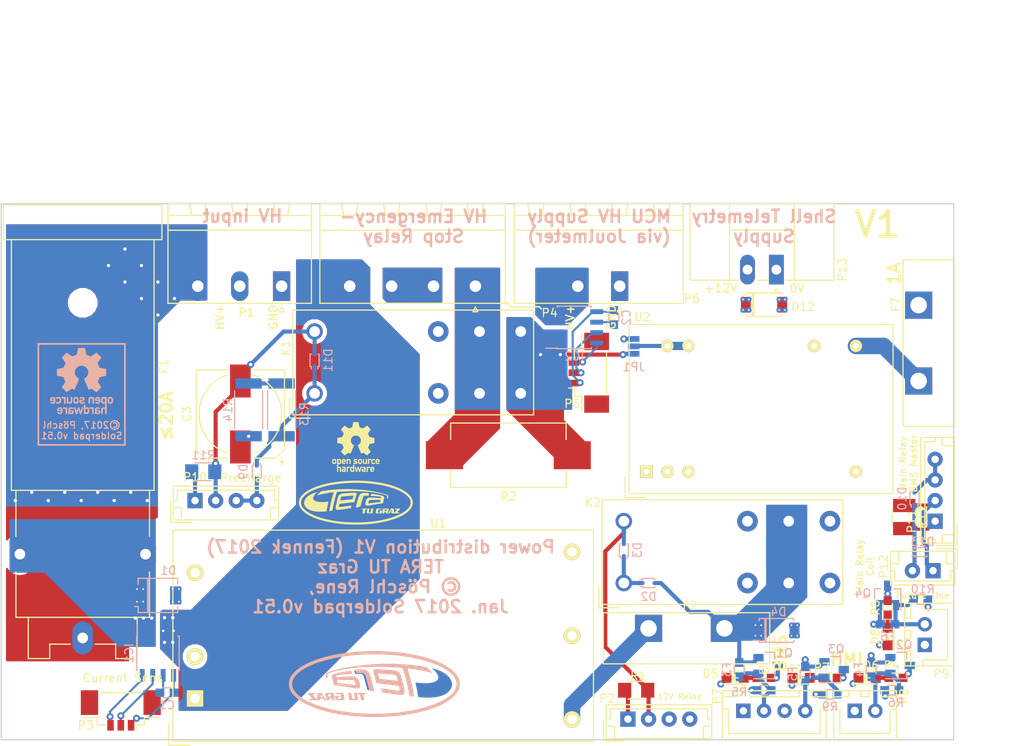
<source format=kicad_pcb>
(kicad_pcb (version 4) (host pcbnew no-vcs-found-product)
  (title_block (title "Power distribution unit fennek 2017") (date 2017-01-06) (rev 1) (company "TERA TU Graz") (comment 1 "Rene Pöschl"))
  (layers (0 F.Cu signal) (1 In1.Cu signal hide) (2 In2.Cu signal hide) (31 B.Cu signal) (34 B.Paste user) (35 F.Paste user) (36 B.SilkS user) (37 F.SilkS user) (38 B.Mask user) (39 F.Mask user) (44 Edge.Cuts user))
  (net 0 "")
  (net 1 "Net-(U2-Pad1)")
  (net 2 GND)
  (net 3 "Net-(U2-Pad11)")
  (net 4 "Net-(F7-Pad1)")
  (net 5 "Net-(JP1-Pad2)")
  (net 6 HV+)
  (net 7 "Net-(U1-Pad3)")
  (net 8 "Net-(F2-Pad1)")
  (net 9 "Net-(U1-Pad6)")
  (net 10 "Net-(C3-Pad1)")
  (net 11 "Net-(R13-Pad1)")
  (net 12 "Net-(D11-Pad1)")
  (net 13 HV_switched)
  (net 14 "Net-(P11-Pad1)")
  (net 15 "Net-(D3-Pad2)")
  (net 16 "Net-(P2-Pad1)")
  (net 17 "Net-(C3-Pad2)")
  (net 18 "Net-(P10-Pad1)")
  (net 19 "Net-(F6-Pad2)")
  (net 20 "Net-(F5-Pad2)")
  (net 21 "Net-(Q4-Pad3)")
  (net 22 "Net-(D8-Pad2)")
  (net 23 "Net-(Q3-Pad3)")
  (net 24 "Net-(D7-Pad2)")
  (net 25 "Net-(F4-Pad2)")
  (net 26 "Net-(F3-Pad2)")
  (net 27 "Net-(Q2-Pad3)")
  (net 28 "Net-(D6-Pad2)")
  (net 29 "Net-(Q1-Pad3)")
  (net 30 "Net-(D5-Pad2)")
  (net 31 "Net-(C2-Pad1)")
  (net 32 "Net-(C2-Pad2)")
  (net 33 "Net-(C1-Pad1)")
  (net 34 "Net-(C1-Pad2)")
  (net 35 "Net-(D2-Pad1)")
  (net 36 "Net-(K2-Pad3)")
  (net 37 "Net-(K2-Pad4)")
  (net 38 +12V)
  (net 39 "Net-(K1-Pad3)")
  (net 40 "Net-(K1-Pad4)")
  (net 41 "Net-(D9-Pad2)")
  (net 42 "Net-(D10-Pad1)")
  (net 43 "Net-(D10-Pad2)")
  (net 44 "Net-(IC1-Pad8)")
  (net 45 "Net-(IC1-Pad7)")
  (net 46 "Net-(IC2-Pad8)")
  (net 47 "Net-(IC2-Pad7)")
  (net 48 "Net-(P1-Pad2)")
  (net 49 "Net-(P2-Pad3)")
  (net 50 "Net-(P2-Pad4)")
  (net 51 "Net-(D13-Pad2)")
  (net 52 /HV+_after_main_relais)
  (net 53 /+HV_in)
  (net 54 /HV+_fused)
  (net 55 /HV+_to_MCU)
  (net 56 /+12V_switched)
  (net 57 /+12V_telemetry)
  (net 58 /GND_telemetry)
  (net 59 /HV+_Main_Relays)
  (module local_footprints:Via-0.4 (layer F.Cu) (at 132.4 75.3)
    (fp_text reference REF** hide)
    (fp_text value Via-0.4 hide)
    (pad 1 thru_hole circle (at 0 0) (size 0.85 0.85) (drill 0.4) (layers *.Cu *.Mask) (net 13 HV_switched))
  )
  (module tera_relais:Finder-41.61.9.012.0010_SPDT-16A_12VDC-Coil (layer F.Cu) (at 105 80)
    (fp_text reference K1)
    (fp_text value SPDT-16A_12VDC-Coil)
    (fp_text user %R (at -3.5 -5.5 90) (layer F.SilkS))
    (pad 1 thru_hole circle (at 0 0) (size 2 2) (drill 1.3) (layers *.Cu *.Mask) (net 12 "Net-(D11-Pad1)"))
    (pad 2 thru_hole circle (at 0 -7.5) (size 2 2) (drill 1.3) (layers *.Cu *.Mask) (net 17 "Net-(C3-Pad2)"))
    (pad 3 thru_hole circle (at 15 0) (size 2.5 2.5) (drill 1.3) (layers *.Cu *.Mask) (net 39 "Net-(K1-Pad3)"))
    (pad 4 thru_hole circle (at 15 -7.5) (size 2.5 2.5) (drill 1.3) (layers *.Cu *.Mask) (net 40 "Net-(K1-Pad4)"))
    (pad 5 thru_hole circle (at 20 0) (size 2.5 2.5) (drill 1.3) (layers *.Cu *.Mask) (net 52 /HV+_after_main_relais))
    (pad 6 thru_hole circle (at 20 -7.5) (size 2.5 2.5) (drill 1.3) (layers *.Cu *.Mask) (net 52 /HV+_after_main_relais))
    (pad 7 thru_hole circle (at 25 0) (size 2.5 2.5) (drill 1.3) (layers *.Cu *.Mask) (net 13 HV_switched))
    (pad 8 thru_hole circle (at 25 -7.5) (size 2.5 2.5) (drill 1.3) (layers *.Cu *.Mask) (net 13 HV_switched))
  )
  (module local_footprints:Via-0.4 (layer F.Cu) (at 83.25 107.25)
    (fp_text reference REF** hide)
    (fp_text value Via-0.4 hide)
    (pad 1 thru_hole circle (at 0 0) (size 0.85 0.85) (drill 0.4) (layers *.Cu *.Mask) (net 54 /HV+_fused))
  )
  (module local_footprints:Via-0.4 (layer F.Cu) (at 84.25 107.25)
    (fp_text reference REF** hide)
    (fp_text value Via-0.4 hide)
    (pad 1 thru_hole circle (at 0 0) (size 0.85 0.85) (drill 0.4) (layers *.Cu *.Mask) (net 54 /HV+_fused))
  )
  (module local_footprints:Via-0.4 (layer F.Cu) (at 86.8 107.2)
    (fp_text reference REF** hide)
    (fp_text value Via-0.4 hide)
    (pad 1 thru_hole circle (at 0 0) (size 0.85 0.85) (drill 0.4) (layers *.Cu *.Mask) (net 6 HV+))
  )
  (module local_footprints:Via-0.4 (layer F.Cu) (at 87.8 107.2)
    (fp_text reference REF** hide)
    (fp_text value Via-0.4 hide)
    (pad 1 thru_hole circle (at 0 0) (size 0.85 0.85) (drill 0.4) (layers *.Cu *.Mask) (net 6 HV+))
  )
  (module local_footprints:Via-0.4 (layer F.Cu) (at 87.8 110.2)
    (fp_text reference REF** hide)
    (fp_text value Via-0.4 hide)
    (pad 1 thru_hole circle (at 0 0) (size 0.85 0.85) (drill 0.4) (layers *.Cu *.Mask) (net 6 HV+))
  )
  (module local_footprints:Via-0.4 (layer F.Cu) (at 86.8 110.2)
    (fp_text reference REF** hide)
    (fp_text value Via-0.4 hide)
    (pad 1 thru_hole circle (at 0 0) (size 0.85 0.85) (drill 0.4) (layers *.Cu *.Mask) (net 6 HV+))
  )
  (module local_footprints:Via-0.4 (layer F.Cu) (at 82 66.5)
    (fp_text reference REF** hide)
    (fp_text value Via-0.4 hide)
    (pad 1 thru_hole circle (at 0 0) (size 0.85 0.85) (drill 0.4) (layers *.Cu *.Mask) (net 53 /+HV_in))
  )
  (module local_footprints:Via-0.4 (layer F.Cu) (at 84 68.5)
    (fp_text reference REF** hide)
    (fp_text value Via-0.4 hide)
    (pad 1 thru_hole circle (at 0 0) (size 0.85 0.85) (drill 0.4) (layers *.Cu *.Mask) (net 53 /+HV_in))
  )
  (module local_footprints:Via-0.4 (layer F.Cu) (at 86 70.5)
    (fp_text reference REF** hide)
    (fp_text value Via-0.4 hide)
    (pad 1 thru_hole circle (at 0 0) (size 0.85 0.85) (drill 0.4) (layers *.Cu *.Mask) (net 53 /+HV_in))
  )
  (module local_footprints:Via-0.4 (layer F.Cu) (at 80 64.5)
    (fp_text reference REF** hide)
    (fp_text value Via-0.4 hide)
    (pad 1 thru_hole circle (at 0 0) (size 0.85 0.85) (drill 0.4) (layers *.Cu *.Mask) (net 53 /+HV_in))
  )
  (module local_footprints:Via-0.4 (layer F.Cu) (at 84 64.5)
    (fp_text reference REF** hide)
    (fp_text value Via-0.4 hide)
    (pad 1 thru_hole circle (at 0 0) (size 0.85 0.85) (drill 0.4) (layers *.Cu *.Mask) (net 53 /+HV_in))
  )
  (module local_footprints:Via-0.4 (layer F.Cu) (at 82 62.5)
    (fp_text reference REF** hide)
    (fp_text value Via-0.4 hide)
    (pad 1 thru_hole circle (at 0 0) (size 0.85 0.85) (drill 0.4) (layers *.Cu *.Mask) (net 53 /+HV_in))
  )
  (module local_footprints:Via-0.4 (layer F.Cu) (at 86 66.5)
    (fp_text reference REF** hide)
    (fp_text value Via-0.4 hide)
    (pad 1 thru_hole circle (at 0 0) (size 0.85 0.85) (drill 0.4) (layers *.Cu *.Mask) (net 53 /+HV_in))
  )
  (module local_footprints:Via-0.4 (layer F.Cu) (at 88 68.5)
    (fp_text reference REF** hide)
    (fp_text value Via-0.4 hide)
    (pad 1 thru_hole circle (at 0 0) (size 0.85 0.85) (drill 0.4) (layers *.Cu *.Mask) (net 53 /+HV_in))
  )
  (module local_footprints:Via-0.4 (layer F.Cu) (at 84.7 93)
    (fp_text reference REF** hide)
    (fp_text value Via-0.4 hide)
    (pad 1 thru_hole circle (at 0 0) (size 0.85 0.85) (drill 0.4) (layers *.Cu *.Mask) (net 53 /+HV_in))
  )
  (module local_footprints:Via-0.4 (layer F.Cu) (at 70.7 92)
    (fp_text reference REF** hide)
    (fp_text value Via-0.4 hide)
    (pad 1 thru_hole circle (at 0 0) (size 0.85 0.85) (drill 0.4) (layers *.Cu *.Mask) (net 53 /+HV_in))
  )
  (module local_footprints:Via-0.4 (layer F.Cu) (at 68.7 93)
    (fp_text reference REF** hide)
    (fp_text value Via-0.4 hide)
    (pad 1 thru_hole circle (at 0 0) (size 0.85 0.85) (drill 0.4) (layers *.Cu *.Mask) (net 53 /+HV_in))
  )
  (module local_footprints:Via-0.4 (layer F.Cu) (at 72.7 93)
    (fp_text reference REF** hide)
    (fp_text value Via-0.4 hide)
    (pad 1 thru_hole circle (at 0 0) (size 0.85 0.85) (drill 0.4) (layers *.Cu *.Mask) (net 53 /+HV_in))
  )
  (module local_footprints:Via-0.4 (layer F.Cu) (at 82.7 92)
    (fp_text reference REF** hide)
    (fp_text value Via-0.4 hide)
    (pad 1 thru_hole circle (at 0 0) (size 0.85 0.85) (drill 0.4) (layers *.Cu *.Mask) (net 53 /+HV_in))
  )
  (module local_footprints:Via-0.4 (layer F.Cu) (at 80.7 93)
    (fp_text reference REF** hide)
    (fp_text value Via-0.4 hide)
    (pad 1 thru_hole circle (at 0 0) (size 0.85 0.85) (drill 0.4) (layers *.Cu *.Mask) (net 53 /+HV_in))
  )
  (module local_footprints:Via-0.4 (layer F.Cu) (at 74.7 92)
    (fp_text reference REF** hide)
    (fp_text value Via-0.4 hide)
    (pad 1 thru_hole circle (at 0 0) (size 0.85 0.85) (drill 0.4) (layers *.Cu *.Mask) (net 53 /+HV_in))
  )
  (module local_footprints:Via-0.4 (layer F.Cu) (at 76.7 93)
    (fp_text reference REF** hide)
    (fp_text value Via-0.4 hide)
    (pad 1 thru_hole circle (at 0 0) (size 0.85 0.85) (drill 0.4) (layers *.Cu *.Mask) (net 53 /+HV_in))
  )
  (module Mounting_Holes:MountingHole_3.2mm_M3_DIN965 (layer F.Cu) (at 179.5 119)
    (fp_text reference REF** hide)
    (fp_text value MountingHole_3.2mm_M3_DIN965 hide)
    (pad 1 np_thru_hole circle (at 0 0) (size 3.2 3.2) (drill 3.2) (layers *.Cu *.Mask))
  )
  (module Mounting_Holes:MountingHole_3.2mm_M3_DIN965 (layer F.Cu) (at 70 119)
    (fp_text reference REF** hide)
    (fp_text value MountingHole_3.2mm_M3_DIN965 hide)
    (pad 1 np_thru_hole circle (at 0 0) (size 3.2 3.2) (drill 3.2) (layers *.Cu *.Mask))
  )
  (module Mounting_Holes:MountingHole_3.2mm_M3_DIN965 (layer F.Cu) (at 90 72.5)
    (fp_text reference REF** hide)
    (fp_text value MountingHole_3.2mm_M3_DIN965 hide)
    (pad 1 np_thru_hole circle (at 0 0) (size 3.2 3.2) (drill 3.2) (layers *.Cu *.Mask))
  )
  (module tera_rlc:R_2512in (layer B.Cu) (at 97 82 90)
    (fp_text reference R14)
    (fp_text value "22R, 2W")
    (fp_text user %R (at 0 -2.5 90) (layer B.SilkS) (effects (justify mirror)))
    (pad 1 smd rect (at -3.2 0 90) (size 1.25 3.2) (layers B.Cu B.Paste B.Mask) (net 10 "Net-(C3-Pad1)"))
    (pad 2 smd rect (at 3.2 0 90) (size 1.25 3.2) (layers B.Cu B.Paste B.Mask) (net 11 "Net-(R13-Pad1)"))
  )
  (module tera_rlc:R_2512in (layer B.Cu) (at 101 82 270)
    (fp_text reference R13)
    (fp_text value "22R, 2W")
    (fp_text user %R (at 0.5 -2.75 270) (layer B.SilkS) (effects (justify mirror)))
    (pad 1 smd rect (at -3.2 0 270) (size 1.25 3.2) (layers B.Cu B.Paste B.Mask) (net 11 "Net-(R13-Pad1)"))
    (pad 2 smd rect (at 3.2 0 270) (size 1.25 3.2) (layers B.Cu B.Paste B.Mask) (net 12 "Net-(D11-Pad1)"))
  )
  (module tera_rlc:R_1210in (layer F.Cu) (at 176.5 95 270)
    (fp_text reference R12)
    (fp_text value "10R, 500mW")
    (fp_text user %R (at 0 -2.25 270) (layer F.SilkS))
    (pad 1 smd rect (at -1.4 0 270) (size 1.6 2.7) (layers F.Cu F.Paste F.Mask) (net 51 "Net-(D13-Pad2)"))
    (pad 2 smd rect (at 1.4 0 270) (size 1.6 2.7) (layers F.Cu F.Paste F.Mask) (net 14 "Net-(P11-Pad1)"))
  )
  (module tera_rlc:R_1206in (layer F.Cu) (at 144 116 180)
    (fp_text reference R1)
    (fp_text value "100R, 250mW")
    (fp_text user %R (at -0.25 1.75 180) (layer F.SilkS))
    (pad 1 smd rect (at -1.4 0 180) (size 1.6 1.8) (layers F.Cu F.Paste F.Mask) (net 15 "Net-(D3-Pad2)"))
    (pad 2 smd rect (at 1.4 0 180) (size 1.6 1.8) (layers F.Cu F.Paste F.Mask) (net 16 "Net-(P2-Pad1)"))
  )
  (module tera_rlc:R_1206in (layer B.Cu) (at 91.5 89.5 180)
    (fp_text reference R11)
    (fp_text value "100R, 250mW")
    (fp_text user %R (at 0 2 180) (layer B.SilkS) (effects (justify mirror)))
    (pad 1 smd rect (at -1.4 0 180) (size 1.6 1.8) (layers B.Cu B.Paste B.Mask) (net 17 "Net-(C3-Pad2)"))
    (pad 2 smd rect (at 1.4 0 180) (size 1.6 1.8) (layers B.Cu B.Paste B.Mask) (net 18 "Net-(P10-Pad1)"))
  )
  (module tera_rlc:R_0603in (layer B.Cu) (at 178.5 105)
    (fp_text reference R10)
    (fp_text value 100k)
    (fp_text user %R (at 0.25 -1.25) (layer B.SilkS) (effects (justify mirror)))
    (pad 1 smd rect (at -0.865 0) (size 1.07 1) (layers B.Cu B.Paste B.Mask) (net 19 "Net-(F6-Pad2)"))
    (pad 2 smd rect (at 0.865 0) (size 1.07 1) (layers B.Cu B.Paste B.Mask) (net 2 GND))
  )
  (module tera_rlc:R_0603in (layer B.Cu) (at 167.5 116.5 180)
    (fp_text reference R9)
    (fp_text value 100k)
    (fp_text user %R (at 0 -1.5 180) (layer B.SilkS) (effects (justify mirror)))
    (pad 1 smd rect (at -0.865 0 180) (size 1.07 1) (layers B.Cu B.Paste B.Mask) (net 20 "Net-(F5-Pad2)"))
    (pad 2 smd rect (at 0.865 0 180) (size 1.07 1) (layers B.Cu B.Paste B.Mask) (net 2 GND))
  )
  (module tera_rlc:R_0603in (layer F.Cu) (at 174.5 106 270)
    (fp_text reference R8)
    (fp_text value 12k)
    (fp_text user %R (at 0 1.5 270) (layer F.SilkS))
    (pad 1 smd rect (at -0.865 0 270) (size 1.07 1) (layers F.Cu F.Paste F.Mask) (net 21 "Net-(Q4-Pad3)"))
    (pad 2 smd rect (at 0.865 0 270) (size 1.07 1) (layers F.Cu F.Paste F.Mask) (net 22 "Net-(D8-Pad2)"))
  )
  (module tera_rlc:R_0603in (layer F.Cu) (at 167.5 114.5 180)
    (fp_text reference R7)
    (fp_text value 12k)
    (fp_text user %R (at 1 1.25 180) (layer F.SilkS))
    (pad 1 smd rect (at -0.865 0 180) (size 1.07 1) (layers F.Cu F.Paste F.Mask) (net 23 "Net-(Q3-Pad3)"))
    (pad 2 smd rect (at 0.865 0 180) (size 1.07 1) (layers F.Cu F.Paste F.Mask) (net 24 "Net-(D7-Pad2)"))
  )
  (module tera_rlc:R_0603in (layer B.Cu) (at 175 116 180)
    (fp_text reference R6)
    (fp_text value 100k)
    (fp_text user %R (at -0.5 -1.5 180) (layer B.SilkS) (effects (justify mirror)))
    (pad 1 smd rect (at -0.865 0 180) (size 1.07 1) (layers B.Cu B.Paste B.Mask) (net 25 "Net-(F4-Pad2)"))
    (pad 2 smd rect (at 0.865 0 180) (size 1.07 1) (layers B.Cu B.Paste B.Mask) (net 2 GND))
  )
  (module tera_rlc:R_0603in (layer B.Cu) (at 159.5 116 180)
    (fp_text reference R5)
    (fp_text value 100k)
    (fp_text user %R (at 3 -0.25 180) (layer B.SilkS) (effects (justify mirror)))
    (pad 1 smd rect (at -0.865 0 180) (size 1.07 1) (layers B.Cu B.Paste B.Mask) (net 26 "Net-(F3-Pad2)"))
    (pad 2 smd rect (at 0.865 0 180) (size 1.07 1) (layers B.Cu B.Paste B.Mask) (net 2 GND))
  )
  (module tera_rlc:R_0603in (layer F.Cu) (at 175.5 114.5 180)
    (fp_text reference R4)
    (fp_text value 12k)
    (fp_text user %R (at 0.5 1.5 180) (layer F.SilkS))
    (pad 1 smd rect (at -0.865 0 180) (size 1.07 1) (layers F.Cu F.Paste F.Mask) (net 27 "Net-(Q2-Pad3)"))
    (pad 2 smd rect (at 0.865 0 180) (size 1.07 1) (layers F.Cu F.Paste F.Mask) (net 28 "Net-(D6-Pad2)"))
  )
  (module tera_rlc:R_0603in (layer F.Cu) (at 159.5 114.5 180)
    (fp_text reference R3)
    (fp_text value 12k)
    (fp_text user %R (at 0 1 180) (layer F.SilkS) (effects (font (size 0.7 0.7) (thickness 0.12))))
    (pad 1 smd rect (at -0.865 0 180) (size 1.07 1) (layers F.Cu F.Paste F.Mask) (net 29 "Net-(Q1-Pad3)"))
    (pad 2 smd rect (at 0.865 0 180) (size 1.07 1) (layers F.Cu F.Paste F.Mask) (net 30 "Net-(D5-Pad2)"))
  )
  (module tera_rlc:C_0603in (layer B.Cu) (at 141.3 70.8 90)
    (fp_text reference C2)
    (fp_text value 1nf)
    (fp_text user %R (at 0 1.5 90) (layer B.SilkS) (effects (justify mirror)))
    (pad 1 smd rect (at -0.865 0 90) (size 1.07 1) (layers B.Cu B.Paste B.Mask) (net 31 "Net-(C2-Pad1)"))
    (pad 2 smd rect (at 0.865 0 90) (size 1.07 1) (layers B.Cu B.Paste B.Mask) (net 32 "Net-(C2-Pad2)"))
  )
  (module tera_rlc:C_0603in (layer B.Cu) (at 87.1 116.3)
    (fp_text reference C1)
    (fp_text value 1nf)
    (fp_text user %R (at 0 1.5) (layer B.SilkS) (effects (justify mirror)))
    (pad 1 smd rect (at -0.865 0) (size 1.07 1) (layers B.Cu B.Paste B.Mask) (net 33 "Net-(C1-Pad1)"))
    (pad 2 smd rect (at 0.865 0) (size 1.07 1) (layers B.Cu B.Paste B.Mask) (net 34 "Net-(C1-Pad2)"))
  )
  (module tera_general:SOLDERJUMPER_3 (layer B.Cu) (at 143.7 74.3)
    (fp_text reference JP1)
    (fp_text value SEM_source)
    (fp_text user %R (at 0 2.5) (layer B.SilkS) (effects (justify mirror)))
    (pad 1 smd rect (at 0 0.9) (size 1.4 0.7) (layers B.Cu B.Mask) (net 13 HV_switched))
    (pad 2 smd rect (at 0 0) (size 1.4 0.7) (layers B.Cu B.Mask) (net 5 "Net-(JP1-Pad2)"))
    (pad 3 smd rect (at 0 -0.9) (size 1.4 0.7) (layers B.Cu B.Mask) (net 6 HV+))
  )
  (module tera_general:Fuse_Phoenix_SI-H-FKS_15 (layer F.Cu) (at 145.5 108.5)
    (fp_text reference F2)
    (fp_text value "2.5A 12VDC")
    (fp_text user %R (at 5 -2.75) (layer F.SilkS))
    (pad 1 thru_hole rect (at 0 0) (size 3.3 3.3) (drill 2) (layers *.Cu *.Mask) (net 8 "Net-(F2-Pad1)"))
    (pad "" np_thru_hole circle (at 4.6 1.2) (size 2.4 2.4) (drill 2.4) (layers *.Cu *.Mask))
    (pad 2 thru_hole rect (at 9.2 0) (size 3.3 3.3) (drill 2) (layers *.Cu *.Mask) (net 38 +12V))
  )
  (module tera_general:Fuse_Phoenix_SI-H-FKS_15 (layer F.Cu) (at 178.25 78.5 90)
    (fp_text reference F7)
    (fp_text value "1A 12VDC")
    (fp_text user %R (at 9.25 -2.75 90) (layer F.SilkS))
    (pad 1 thru_hole rect (at 0 0 90) (size 3.3 3.3) (drill 2) (layers *.Cu *.Mask) (net 4 "Net-(F7-Pad1)"))
    (pad "" np_thru_hole circle (at 4.6 1.2 90) (size 2.4 2.4) (drill 2.4) (layers *.Cu *.Mask))
    (pad 2 thru_hole rect (at 9.2 0 90) (size 3.3 3.3) (drill 2) (layers *.Cu *.Mask) (net 57 /+12V_telemetry))
  )
  (module tera_general:Fuse_0603in (layer B.Cu) (at 172.5 113.5 270)
    (fp_text reference F4)
    (fp_text value "0.5A 12VDC")
    (fp_text user %R (at 0 1.5 270) (layer B.SilkS) (effects (justify mirror)))
    (pad 1 smd rect (at -0.865 0 270) (size 1.07 1) (layers B.Cu B.Paste B.Mask) (net 56 /+12V_switched))
    (pad 2 smd rect (at 0.865 0 270) (size 1.07 1) (layers B.Cu B.Paste B.Mask) (net 25 "Net-(F4-Pad2)"))
  )
  (module tera_general:Fuse_0603in (layer B.Cu) (at 156.5 113.5 270)
    (fp_text reference F3)
    (fp_text value "0.5A 12VDC")
    (fp_text user %R (at 0 1.5 270) (layer B.SilkS) (effects (justify mirror)))
    (pad 1 smd rect (at -0.865 0 270) (size 1.07 1) (layers B.Cu B.Paste B.Mask) (net 38 +12V))
    (pad 2 smd rect (at 0.865 0 270) (size 1.07 1) (layers B.Cu B.Paste B.Mask) (net 26 "Net-(F3-Pad2)"))
  )
  (module tera_general:Fuse_0603in (layer B.Cu) (at 174.5 108)
    (fp_text reference F6)
    (fp_text value "0.5A 12VDC")
    (fp_text user %R (at 0 1.5) (layer B.SilkS) (effects (justify mirror)))
    (pad 1 smd rect (at -0.865 0) (size 1.07 1) (layers B.Cu B.Paste B.Mask) (net 56 /+12V_switched))
    (pad 2 smd rect (at 0.865 0) (size 1.07 1) (layers B.Cu B.Paste B.Mask) (net 19 "Net-(F6-Pad2)"))
  )
  (module tera_general:Fuse_0603in (layer B.Cu) (at 164.5 114 270)
    (fp_text reference F5)
    (fp_text value "0.5A 12VDC")
    (fp_text user %R (at 0 1.5 270) (layer B.SilkS) (effects (justify mirror)))
    (pad 1 smd rect (at -0.865 0 270) (size 1.07 1) (layers B.Cu B.Paste B.Mask) (net 56 /+12V_switched))
    (pad 2 smd rect (at 0.865 0 270) (size 1.07 1) (layers B.Cu B.Paste B.Mask) (net 20 "Net-(F5-Pad2)"))
  )
  (module tera_diodes:SOD128_with_vias_in_pad (layer F.Cu) (at 159.5 69.25)
    (fp_text reference D12)
    (fp_text value 14V)
    (fp_text user %R (at 4.75 0.25) (layer F.SilkS))
    (pad 1 smd rect (at -2.2 0) (size 1.2 1.9) (layers F.Cu F.Paste F.Mask) (net 57 /+12V_telemetry))
    (pad 2 smd rect (at 2.2 0) (size 1.2 1.9) (layers F.Cu F.Paste F.Mask) (net 58 /GND_telemetry))
    (pad 1 thru_hole circle (at -2.54 -0.635) (size 0.65 0.65) (drill 0.2) (layers *.Cu *.Mask) (net 57 /+12V_telemetry))
    (pad 1 thru_hole circle (at -1.8415 -0.635) (size 0.65 0.65) (drill 0.2) (layers *.Cu *.Mask) (net 57 /+12V_telemetry))
    (pad 1 thru_hole circle (at -1.8415 0.635) (size 0.65 0.65) (drill 0.2) (layers *.Cu *.Mask) (net 57 /+12V_telemetry))
    (pad 1 thru_hole circle (at -2.54 0.635) (size 0.65 0.65) (drill 0.2) (layers *.Cu *.Mask) (net 57 /+12V_telemetry))
    (pad 2 thru_hole circle (at 2.54 -0.635) (size 0.65 0.65) (drill 0.2) (layers *.Cu *.Mask) (net 58 /GND_telemetry))
    (pad 2 thru_hole circle (at 1.8415 -0.635) (size 0.65 0.65) (drill 0.2) (layers *.Cu *.Mask) (net 58 /GND_telemetry))
    (pad 2 thru_hole circle (at 2.54 0.635) (size 0.65 0.65) (drill 0.2) (layers *.Cu *.Mask) (net 58 /GND_telemetry))
    (pad 2 thru_hole circle (at 1.8415 0.635) (size 0.65 0.65) (drill 0.2) (layers *.Cu *.Mask) (net 58 /GND_telemetry))
  )
  (module tera_diodes:SOD128_with_vias_in_pad (layer B.Cu) (at 161 108.75)
    (fp_text reference D4)
    (fp_text value 14V)
    (fp_text user %R (at 0.25 -2.25) (layer B.SilkS) (effects (justify mirror)))
    (pad 1 smd rect (at -2.2 0) (size 1.2 1.9) (layers B.Cu B.Paste B.Mask) (net 38 +12V))
    (pad 2 smd rect (at 2.2 0) (size 1.2 1.9) (layers B.Cu B.Paste B.Mask) (net 2 GND))
    (pad 1 thru_hole circle (at -2.54 0.635) (size 0.65 0.65) (drill 0.2) (layers *.Cu *.Mask) (net 38 +12V))
    (pad 1 thru_hole circle (at -1.8415 0.635) (size 0.65 0.65) (drill 0.2) (layers *.Cu *.Mask) (net 38 +12V))
    (pad 1 thru_hole circle (at -1.8415 -0.635) (size 0.65 0.65) (drill 0.2) (layers *.Cu *.Mask) (net 38 +12V))
    (pad 1 thru_hole circle (at -2.54 -0.635) (size 0.65 0.65) (drill 0.2) (layers *.Cu *.Mask) (net 38 +12V))
    (pad 2 thru_hole circle (at 2.54 0.635) (size 0.65 0.65) (drill 0.2) (layers *.Cu *.Mask) (net 2 GND))
    (pad 2 thru_hole circle (at 1.8415 0.635) (size 0.65 0.65) (drill 0.2) (layers *.Cu *.Mask) (net 2 GND))
    (pad 2 thru_hole circle (at 2.54 -0.635) (size 0.65 0.65) (drill 0.2) (layers *.Cu *.Mask) (net 2 GND))
    (pad 2 thru_hole circle (at 1.8415 -0.635) (size 0.65 0.65) (drill 0.2) (layers *.Cu *.Mask) (net 2 GND))
  )
  (module tera_diodes:LED_0805 (layer F.Cu) (at 164 114.5)
    (fp_text reference D7)
    (fp_text value BMS_pwr_blown)
    (fp_text user %R (at -0.75 -1.25) (layer F.SilkS) (effects (font (size 0.7 0.7) (thickness 0.12))))
    (pad 2 smd rect (at 1.04902 0 180) (size 1.19888 1.19888) (layers F.Cu F.Paste F.Mask) (net 24 "Net-(D7-Pad2)"))
    (pad 1 smd rect (at -1.04902 0 180) (size 1.19888 1.19888) (layers F.Cu F.Paste F.Mask) (net 2 GND))
  )
  (module tera_diodes:LED_0805 (layer F.Cu) (at 156 114.5)
    (fp_text reference D5)
    (fp_text value BMS_crtl_blown)
    (fp_text user %R (at -3 -0.5) (layer F.SilkS))
    (pad 2 smd rect (at 1.04902 0 180) (size 1.19888 1.19888) (layers F.Cu F.Paste F.Mask) (net 30 "Net-(D5-Pad2)"))
    (pad 1 smd rect (at -1.04902 0 180) (size 1.19888 1.19888) (layers F.Cu F.Paste F.Mask) (net 2 GND))
  )
  (module tera_diodes:LED_0805 (layer F.Cu) (at 174.5 109.5 90)
    (fp_text reference D8)
    (fp_text value Future_blown)
    (fp_text user %R (at 0 -1.5 90) (layer F.SilkS))
    (pad 2 smd rect (at 1.04902 0 270) (size 1.19888 1.19888) (layers F.Cu F.Paste F.Mask) (net 22 "Net-(D8-Pad2)"))
    (pad 1 smd rect (at -1.04902 0 270) (size 1.19888 1.19888) (layers F.Cu F.Paste F.Mask) (net 2 GND))
  )
  (module tera_diodes:LED_0805 (layer F.Cu) (at 172 114.5)
    (fp_text reference D6)
    (fp_text value HMI_blown)
    (fp_text user %R (at 0.5 -1.5) (layer F.SilkS))
    (pad 2 smd rect (at 1.04902 0 180) (size 1.19888 1.19888) (layers F.Cu F.Paste F.Mask) (net 28 "Net-(D6-Pad2)"))
    (pad 1 smd rect (at -1.04902 0 180) (size 1.19888 1.19888) (layers F.Cu F.Paste F.Mask) (net 2 GND))
  )
  (module tera_diodes:DO-214AA_with_vias_in_pad (layer B.Cu) (at 86 104.5)
    (fp_text reference D1)
    (fp_text value 58V)
    (fp_text user %R (at 1.25 -3) (layer B.SilkS) (effects (justify mirror)))
    (pad 2 smd rect (at 2.15 0) (size 1.34 2.2) (layers B.Cu B.Paste B.Mask) (net 2 GND))
    (pad 1 smd rect (at -2.15 0) (size 1.34 2.2) (layers B.Cu B.Paste B.Mask) (net 54 /HV+_fused))
    (pad 1 thru_hole circle (at -1.778 0.762) (size 0.65 0.65) (drill 0.2) (layers *.Cu *.Mask) (net 54 /HV+_fused))
    (pad 1 thru_hole circle (at -2.54 0.762) (size 0.65 0.65) (drill 0.2) (layers *.Cu *.Mask) (net 54 /HV+_fused))
    (pad 1 thru_hole circle (at -2.54 -0.762) (size 0.65 0.65) (drill 0.2) (layers *.Cu *.Mask) (net 54 /HV+_fused))
    (pad 1 thru_hole circle (at -1.778 -0.762) (size 0.65 0.65) (drill 0.2) (layers *.Cu *.Mask) (net 54 /HV+_fused))
    (pad 2 thru_hole circle (at 1.778 0.762) (size 0.65 0.65) (drill 0.2) (layers *.Cu *.Mask) (net 2 GND))
    (pad 2 thru_hole circle (at 2.54 0.762) (size 0.65 0.65) (drill 0.2) (layers *.Cu *.Mask) (net 2 GND))
    (pad 2 thru_hole circle (at 2.54 -0.762) (size 0.65 0.65) (drill 0.2) (layers *.Cu *.Mask) (net 2 GND))
    (pad 2 thru_hole circle (at 1.778 -0.762) (size 0.65 0.65) (drill 0.2) (layers *.Cu *.Mask) (net 2 GND))
  )
  (module tera_diodes:BAS3005B-02V__sc79 (layer B.Cu) (at 98 89.5 270)
    (fp_text reference D9)
    (fp_text value BAS3005B-02V)
    (fp_text user %R (at 0 1.65 270) (layer B.SilkS) (effects (justify mirror)))
    (pad 1 smd rect (at -0.75 0 270) (size 0.5 0.4) (layers B.Cu B.Paste B.Mask) (net 12 "Net-(D11-Pad1)"))
    (pad 2 smd rect (at 0.75 0 270) (size 0.5 0.4) (layers B.Cu B.Paste B.Mask) (net 41 "Net-(D9-Pad2)"))
  )
  (module tera_diodes:BAS3005B-02V__sc79 (layer B.Cu) (at 177.75 92.75 90)
    (fp_text reference D10)
    (fp_text value BAS3005B-02V)
    (fp_text user %R (at 0 -1.5 90) (layer B.SilkS) (effects (justify mirror)))
    (pad 1 smd rect (at -0.75 0 90) (size 0.5 0.4) (layers B.Cu B.Paste B.Mask) (net 42 "Net-(D10-Pad1)"))
    (pad 2 smd rect (at 0.75 0 90) (size 0.5 0.4) (layers B.Cu B.Paste B.Mask) (net 43 "Net-(D10-Pad2)"))
  )
  (module tera_diodes:BAS3005B-02V__sc79 (layer B.Cu) (at 105 76 90)
    (fp_text reference D11)
    (fp_text value BAS3005B-02V)
    (fp_text user %R (at 0 1.65 90) (layer B.SilkS) (effects (justify mirror)))
    (pad 1 smd rect (at -0.75 0 90) (size 0.5 0.4) (layers B.Cu B.Paste B.Mask) (net 12 "Net-(D11-Pad1)"))
    (pad 2 smd rect (at 0.75 0 90) (size 0.5 0.4) (layers B.Cu B.Paste B.Mask) (net 17 "Net-(C3-Pad2)"))
  )
  (module tera_diodes:BAS3005B-02V__sc79 (layer B.Cu) (at 142.5 99 90)
    (fp_text reference D3)
    (fp_text value BAS3005B-02V)
    (fp_text user %R (at 0 1.65 90) (layer B.SilkS) (effects (justify mirror)))
    (pad 1 smd rect (at -0.75 0 90) (size 0.5 0.4) (layers B.Cu B.Paste B.Mask) (net 35 "Net-(D2-Pad1)"))
    (pad 2 smd rect (at 0.75 0 90) (size 0.5 0.4) (layers B.Cu B.Paste B.Mask) (net 15 "Net-(D3-Pad2)"))
  )
  (module tera_diodes:BAS3005B-02V__sc79 (layer B.Cu) (at 145.5 103)
    (fp_text reference D2)
    (fp_text value BAS3005B-02V)
    (fp_text user %R (at 0 1.65) (layer B.SilkS) (effects (justify mirror)))
    (pad 1 smd rect (at -0.75 0) (size 0.5 0.4) (layers B.Cu B.Paste B.Mask) (net 35 "Net-(D2-Pad1)"))
    (pad 2 smd rect (at 0.75 0) (size 0.5 0.4) (layers B.Cu B.Paste B.Mask) (net 38 +12V))
  )
  (module tera_atomic_infineon:IRLML2246TRPBF-1 (layer B.Cu) (at 168 113.5 90)
    (fp_text reference Q3)
    (fp_text value IRLML2246TRPBF-1)
    (fp_text user %R (at 2.5 0.25 180) (layer B.SilkS) (effects (justify mirror)))
    (pad 1 smd rect (at -0.95 -1.175 90) (size 0.9 1.25) (layers B.Cu B.Paste B.Mask) (net 20 "Net-(F5-Pad2)"))
    (pad 2 smd rect (at 0.95 -1.175 90) (size 0.9 1.25) (layers B.Cu B.Paste B.Mask) (net 56 /+12V_switched))
    (pad 3 smd rect (at 0 1.175 90) (size 0.9 1.25) (layers B.Cu B.Paste B.Mask) (net 23 "Net-(Q3-Pad3)"))
  )
  (module tera_atomic_infineon:IRLML2246TRPBF-1 (layer B.Cu) (at 174.5 104.5 180)
    (fp_text reference Q4)
    (fp_text value IRLML2246TRPBF-1)
    (fp_text user %R (at 3 0.25 180) (layer B.SilkS) (effects (justify mirror)))
    (pad 1 smd rect (at -0.95 -1.175 180) (size 0.9 1.25) (layers B.Cu B.Paste B.Mask) (net 19 "Net-(F6-Pad2)"))
    (pad 2 smd rect (at 0.95 -1.175 180) (size 0.9 1.25) (layers B.Cu B.Paste B.Mask) (net 56 /+12V_switched))
    (pad 3 smd rect (at 0 1.175 180) (size 0.9 1.25) (layers B.Cu B.Paste B.Mask) (net 21 "Net-(Q4-Pad3)"))
  )
  (module tera_atomic_infineon:IRLML2246TRPBF-1 (layer B.Cu) (at 176 113 90)
    (fp_text reference Q2)
    (fp_text value IRLML2246TRPBF-1)
    (fp_text user %R (at 2.5 0.5 180) (layer B.SilkS) (effects (justify mirror)))
    (pad 1 smd rect (at -0.95 -1.175 90) (size 0.9 1.25) (layers B.Cu B.Paste B.Mask) (net 25 "Net-(F4-Pad2)"))
    (pad 2 smd rect (at 0.95 -1.175 90) (size 0.9 1.25) (layers B.Cu B.Paste B.Mask) (net 56 /+12V_switched))
    (pad 3 smd rect (at 0 1.175 90) (size 0.9 1.25) (layers B.Cu B.Paste B.Mask) (net 27 "Net-(Q2-Pad3)"))
  )
  (module tera_atomic_infineon:IRLML2246TRPBF-1 (layer B.Cu) (at 160 113 90)
    (fp_text reference Q1)
    (fp_text value IRLML2246TRPBF-1)
    (fp_text user %R (at 1.5 2 180) (layer B.SilkS) (effects (justify mirror)))
    (pad 1 smd rect (at -0.95 -1.175 90) (size 0.9 1.25) (layers B.Cu B.Paste B.Mask) (net 26 "Net-(F3-Pad2)"))
    (pad 2 smd rect (at 0.95 -1.175 90) (size 0.9 1.25) (layers B.Cu B.Paste B.Mask) (net 38 +12V))
    (pad 3 smd rect (at 0 1.175 90) (size 0.9 1.25) (layers B.Cu B.Paste B.Mask) (net 29 "Net-(Q1-Pad3)"))
  )
  (module tera_Connectors_Molex:Molex_PicoBlade_53398-0371_03x1.25mm_Straight (layer F.Cu) (at 139.2 77.5 90)
    (fp_text reference P5)
    (fp_text value Current_Sens_MCU_IN)
    (fp_text user %R (at -3.75 -2.95 180) (layer F.SilkS))
    (pad 1 smd rect (at -1.25 -2.75 90) (size 0.8 1.3) (layers F.Cu F.Paste F.Mask) (net 32 "Net-(C2-Pad2)"))
    (pad 2 smd rect (at 0 -2.75 90) (size 0.8 1.3) (layers F.Cu F.Paste F.Mask) (net 47 "Net-(IC2-Pad7)"))
    (pad 3 smd rect (at 1.25 -2.75 90) (size 0.8 1.3) (layers F.Cu F.Paste F.Mask) (net 46 "Net-(IC2-Pad8)"))
    (pad "" smd rect (at -3.8 0 90) (size 2.1 3) (layers F.Cu F.Paste F.Mask))
    (pad "" smd rect (at 3.8 0 90) (size 2.1 3) (layers F.Cu F.Paste F.Mask))
  )
  (module tera_Connectors_Molex:Molex_PicoBlade_53398-0371_03x1.25mm_Straight (layer F.Cu) (at 81.5 117.5 180)
    (fp_text reference P3)
    (fp_text value Current_Sens)
    (fp_text user %R (at 4.25 -2.75 180) (layer F.SilkS))
    (pad 1 smd rect (at -1.25 -2.75 180) (size 0.8 1.3) (layers F.Cu F.Paste F.Mask) (net 34 "Net-(C1-Pad2)"))
    (pad 2 smd rect (at 0 -2.75 180) (size 0.8 1.3) (layers F.Cu F.Paste F.Mask) (net 45 "Net-(IC1-Pad7)"))
    (pad 3 smd rect (at 1.25 -2.75 180) (size 0.8 1.3) (layers F.Cu F.Paste F.Mask) (net 44 "Net-(IC1-Pad8)"))
    (pad "" smd rect (at -3.8 0 180) (size 2.1 3) (layers F.Cu F.Paste F.Mask))
    (pad "" smd rect (at 3.8 0 180) (size 2.1 3) (layers F.Cu F.Paste F.Mask))
  )
  (module tera_Connectors_JST:JST_EH_B04B-EH-A_04x2.50mm_Straight (layer F.Cu) (at 180.25 95.5 90)
    (fp_text reference P11)
    (fp_text value Main_relay)
    (fp_text user %R (at 0 -2.85 90) (layer F.SilkS))
    (pad 1 thru_hole rect (at 0 0 90) (size 1.85 1.85) (drill 0.9) (layers *.Cu *.Mask) (net 14 "Net-(P11-Pad1)"))
    (pad 2 thru_hole circle (at 2.5 0 90) (size 1.85 1.85) (drill 0.9) (layers *.Cu *.Mask) (net 51 "Net-(D13-Pad2)"))
    (pad 3 thru_hole circle (at 5 0 90) (size 1.85 1.85) (drill 0.9) (layers *.Cu *.Mask) (net 43 "Net-(D10-Pad2)"))
    (pad 4 thru_hole circle (at 7.5 0 90) (size 1.85 1.85) (drill 0.9) (layers *.Cu *.Mask) (net 43 "Net-(D10-Pad2)"))
  )
  (module tera_Connectors_JST:JST_EH_B04B-EH-A_04x2.50mm_Straight (layer F.Cu) (at 90.5 93)
    (fp_text reference P10)
    (fp_text value Precharge_relays)
    (fp_text user %R (at 0 -2.85) (layer F.SilkS))
    (pad 1 thru_hole rect (at 0 0) (size 1.85 1.85) (drill 0.9) (layers *.Cu *.Mask) (net 18 "Net-(P10-Pad1)"))
    (pad 2 thru_hole circle (at 2.5 0) (size 1.85 1.85) (drill 0.9) (layers *.Cu *.Mask) (net 17 "Net-(C3-Pad2)"))
    (pad 3 thru_hole circle (at 5 0) (size 1.85 1.85) (drill 0.9) (layers *.Cu *.Mask) (net 41 "Net-(D9-Pad2)"))
    (pad 4 thru_hole circle (at 7.5 0) (size 1.85 1.85) (drill 0.9) (layers *.Cu *.Mask) (net 41 "Net-(D9-Pad2)"))
  )
  (module tera_Connectors_JST:JST_EH_B04B-EH-A_04x2.50mm_Straight (layer F.Cu) (at 143 119.5)
    (fp_text reference P2)
    (fp_text value 12V_relays)
    (fp_text user %R (at -2.5 -2.5) (layer F.SilkS))
    (pad 1 thru_hole rect (at 0 0) (size 1.85 1.85) (drill 0.9) (layers *.Cu *.Mask) (net 16 "Net-(P2-Pad1)"))
    (pad 2 thru_hole circle (at 2.5 0) (size 1.85 1.85) (drill 0.9) (layers *.Cu *.Mask) (net 15 "Net-(D3-Pad2)"))
    (pad 3 thru_hole circle (at 5 0) (size 1.85 1.85) (drill 0.9) (layers *.Cu *.Mask) (net 49 "Net-(P2-Pad3)"))
    (pad 4 thru_hole circle (at 7.5 0) (size 1.85 1.85) (drill 0.9) (layers *.Cu *.Mask) (net 50 "Net-(P2-Pad4)"))
  )
  (module tera_Connectors_JST:JST_EH_B02B-EH-A_02x2.50mm_Straight (layer F.Cu) (at 180 101.5 180)
    (fp_text reference P12)
    (fp_text value Main_relay_coil)
    (fp_text user %R (at 6 0.5 270) (layer F.SilkS))
    (pad 1 thru_hole rect (at 0 0 180) (size 1.85 1.85) (drill 0.9) (layers *.Cu *.Mask) (net 51 "Net-(D13-Pad2)"))
    (pad 2 thru_hole circle (at 2.5 0 180) (size 1.85 1.85) (drill 0.9) (layers *.Cu *.Mask) (net 42 "Net-(D10-Pad1)"))
  )
  (module Mounting_Holes:MountingHole_3.2mm_M3_DIN965 (layer F.Cu) (at 179.5 60)
    (fp_text reference REF** hide)
    (fp_text value MountingHole_3.2mm_M3_DIN965 hide)
    (pad 1 np_thru_hole circle (at 0 0) (size 3.2 3.2) (drill 3.2) (layers *.Cu *.Mask))
  )
  (module tera_Connectors_JST:JST_XH_B04B-XH-A_04x2.50mm_Straight (layer F.Cu) (at 157 118.5)
    (fp_text reference P7)
    (fp_text value BMS_supply)
    (fp_text user %R (at -3.2 -1.75 90) (layer F.SilkS))
    (pad 1 thru_hole rect (at 0 0) (size 1.75 1.75) (drill 0.9) (layers *.Cu *.Mask) (net 2 GND))
    (pad 2 thru_hole circle (at 2.5 0) (size 1.75 1.75) (drill 0.9) (layers *.Cu *.Mask) (net 26 "Net-(F3-Pad2)"))
    (pad 3 thru_hole circle (at 5 0) (size 1.75 1.75) (drill 0.9) (layers *.Cu *.Mask) (net 2 GND))
    (pad 4 thru_hole circle (at 7.5 0) (size 1.75 1.75) (drill 0.9) (layers *.Cu *.Mask) (net 20 "Net-(F5-Pad2)"))
  )
  (module tera_Connectors_JST:JST_XH_B02B-XH-A_02x2.50mm_Straight (layer F.Cu) (at 179 110.5 90)
    (fp_text reference P9)
    (fp_text value Future_use)
    (fp_text user %R (at -3.5 2 180) (layer F.SilkS))
    (pad 1 thru_hole rect (at 0 0 90) (size 1.75 1.75) (drill 1) (layers *.Cu *.Mask) (net 2 GND))
    (pad 2 thru_hole circle (at 2.5 0 90) (size 1.75 1.75) (drill 1) (layers *.Cu *.Mask) (net 19 "Net-(F6-Pad2)"))
  )
  (module tera_Connectors_JST:JST_XH_B02B-XH-A_02x2.50mm_Straight (layer F.Cu) (at 170.5 118.5)
    (fp_text reference P8)
    (fp_text value HMI_supply)
    (fp_text user %R (at 6 -1.75 90) (layer F.SilkS))
    (pad 1 thru_hole rect (at 0 0) (size 1.75 1.75) (drill 1) (layers *.Cu *.Mask) (net 2 GND))
    (pad 2 thru_hole circle (at 2.5 0) (size 1.75 1.75) (drill 1) (layers *.Cu *.Mask) (net 25 "Net-(F4-Pad2)"))
  )
  (module tera_relais:Finder-41.61.9.012.0010_SPDT-16A_12VDC-Coil (layer F.Cu) (at 142.5 103)
    (fp_text reference K2)
    (fp_text value SPDT-16A_12VDC-Coil)
    (fp_text user %R (at -3.75 -9.75) (layer F.SilkS))
    (pad 1 thru_hole circle (at 0 0) (size 2 2) (drill 1.3) (layers *.Cu *.Mask) (net 35 "Net-(D2-Pad1)"))
    (pad 2 thru_hole circle (at 0 -7.5) (size 2 2) (drill 1.3) (layers *.Cu *.Mask) (net 15 "Net-(D3-Pad2)"))
    (pad 3 thru_hole circle (at 15 0) (size 2.5 2.5) (drill 1.3) (layers *.Cu *.Mask) (net 36 "Net-(K2-Pad3)"))
    (pad 4 thru_hole circle (at 15 -7.5) (size 2.5 2.5) (drill 1.3) (layers *.Cu *.Mask) (net 37 "Net-(K2-Pad4)"))
    (pad 5 thru_hole circle (at 20 0) (size 2.5 2.5) (drill 1.3) (layers *.Cu *.Mask) (net 38 +12V))
    (pad 6 thru_hole circle (at 20 -7.5) (size 2.5 2.5) (drill 1.3) (layers *.Cu *.Mask) (net 38 +12V))
    (pad 7 thru_hole circle (at 25 0) (size 2.5 2.5) (drill 1.3) (layers *.Cu *.Mask) (net 56 /+12V_switched))
    (pad 8 thru_hole circle (at 25 -7.5) (size 2.5 2.5) (drill 1.3) (layers *.Cu *.Mask) (net 56 /+12V_switched))
  )
  (module traco_power:TEN_30-xxxx (layer F.Cu) (at 90.5 117 90)
    (fp_text reference U1)
    (fp_text value TEN_30-4812_single_output)
    (fp_text user %R (at 21.25 29.5 180) (layer F.SilkS))
    (pad 1 thru_hole rect (at 0 0 90) (size 2 2) (drill 1.15) (layers *.Cu *.Mask F.SilkS) (net 6 HV+))
    (pad 2 thru_hole circle (at 5.08 0 90) (size 2 2) (drill 1.15) (layers *.Cu *.Mask F.SilkS) (net 2 GND))
    (pad 3 thru_hole circle (at 15.24 0 90) (size 2 2) (drill 1.15) (layers *.Cu *.Mask F.SilkS) (net 7 "Net-(U1-Pad3)"))
    (pad 4 thru_hole circle (at -2.54 45.72 90) (size 2 2) (drill 1.15) (layers *.Cu *.Mask F.SilkS) (net 8 "Net-(F2-Pad1)"))
    (pad 5 thru_hole circle (at 7.62 45.72 90) (size 2 2) (drill 1.15) (layers *.Cu *.Mask F.SilkS) (net 2 GND))
    (pad 6 thru_hole circle (at 17.78 45.72 90) (size 2 2) (drill 1.15) (layers *.Cu *.Mask F.SilkS) (net 9 "Net-(U1-Pad6)"))
  )
  (module traco_power:THD_12-xxxx_single_output (layer F.Cu) (at 145.25 89.49 90)
    (fp_text reference U2)
    (fp_text value THD_12-4812_single_output)
    (fp_text user %R (at 18.74 -0.5 180) (layer F.SilkS))
    (pad 1 thru_hole rect (at 0 0 90) (size 1.5 1.5) (drill 0.7) (layers *.Cu *.Mask F.SilkS) (net 1 "Net-(U2-Pad1)"))
    (pad 2 thru_hole circle (at 0 2.54 90) (size 1.5 1.5) (drill 0.7) (layers *.Cu *.Mask F.SilkS) (net 2 GND))
    (pad 3 thru_hole circle (at 0 5.08 90) (size 1.5 1.5) (drill 0.7) (layers *.Cu *.Mask F.SilkS) (net 2 GND))
    (pad 11 thru_hole circle (at 0 25.4 90) (size 1.5 1.5) (drill 0.7) (layers *.Cu *.Mask F.SilkS) (net 3 "Net-(U2-Pad11)"))
    (pad 14 thru_hole circle (at 15.24 25.4 90) (size 1.5 1.5) (drill 0.7) (layers *.Cu *.Mask F.SilkS) (net 4 "Net-(F7-Pad1)"))
    (pad 16 thru_hole circle (at 15.24 20.32 90) (size 1.5 1.5) (drill 0.7) (layers *.Cu *.Mask F.SilkS) (net 58 /GND_telemetry))
    (pad 22 thru_hole circle (at 15.24 5.08 90) (size 1.5 1.5) (drill 0.7) (layers *.Cu *.Mask F.SilkS) (net 5 "Net-(JP1-Pad2)"))
    (pad 23 thru_hole circle (at 15.24 2.54 90) (size 1.5 1.5) (drill 0.7) (layers *.Cu *.Mask F.SilkS) (net 5 "Net-(JP1-Pad2)"))
  )
  (module tera_rlc:TE_SMW-5W (layer F.Cu) (at 128.5 87.5 180)
    (fp_text reference R2)
    (fp_text value "470R, 5W")
    (fp_text user %R (at 0 -5 180) (layer F.SilkS))
    (pad 1 smd rect (at -7.75 0 180) (size 4.5 3.4) (layers F.Cu F.Paste F.Mask) (net 13 HV_switched))
    (pad 2 smd rect (at 7.75 0 180) (size 4.5 3.4) (layers F.Cu F.Paste F.Mask) (net 52 /HV+_after_main_relais))
  )
  (module tera_general:Fuse_holder_6.3x32mm_Schruter_0031.2520 (layer F.Cu) (at 76.88 109.66 90)
    (fp_text reference F1)
    (fp_text value "20A 60VDC")
    (fp_text user %R (at 32.91 9.87 90) (layer F.SilkS))
    (pad 1 thru_hole oval (at 0 0 90) (size 4 2.5) (drill 1.3) (layers *.Cu *.Mask) (net 53 /+HV_in))
    (pad 2 thru_hole oval (at 10.16 -7.62 90) (size 4 2.5) (drill 1.3) (layers *.Cu *.Mask) (net 54 /HV+_fused))
    (pad 2 thru_hole oval (at 10.16 7.62 90) (size 4 2.5) (drill 1.3) (layers *.Cu *.Mask) (net 54 /HV+_fused))
    (pad "" np_thru_hole circle (at 40.64 0 90) (size 2.6 2.6) (drill 2.6) (layers *.Cu *.Mask))
  )
  (module tera_rlc:c_elec_10x10mm (layer F.Cu) (at 96 82.5 90)
    (fp_text reference C3)
    (fp_text value 820u)
    (fp_text user %R (at 0 -6.5 90) (layer F.SilkS))
    (fp_text user + (at -5.7785 4.9657 90) (layer F.SilkS))
    (pad 1 smd rect (at -4 0 270) (size 4 2.5) (layers F.Cu F.Paste F.Mask) (net 10 "Net-(C3-Pad1)"))
    (pad 2 smd rect (at 4 0 270) (size 4 2.5) (layers F.Cu F.Paste F.Mask) (net 17 "Net-(C3-Pad2)"))
  )
  (module tera_diodes:BAS3005B-02V__sc79 (layer B.Cu) (at 178.5 99.25)
    (fp_text reference D13)
    (fp_text value BAS3005B-02V)
    (fp_text user %R (at 0.25 -1.25) (layer B.SilkS) (effects (justify mirror)))
    (pad 1 smd rect (at -0.75 0) (size 0.5 0.4) (layers B.Cu B.Paste B.Mask) (net 42 "Net-(D10-Pad1)"))
    (pad 2 smd rect (at 0.75 0) (size 0.5 0.4) (layers B.Cu B.Paste B.Mask) (net 51 "Net-(D13-Pad2)"))
  )
  (module local_footprints:Via-0.4 (layer F.Cu) (at 78.7 92)
    (fp_text reference REF** hide)
    (fp_text value Via-0.4 hide)
    (pad 1 thru_hole circle (at 0 0) (size 0.85 0.85) (drill 0.4) (layers *.Cu *.Mask) (net 53 /+HV_in))
  )
  (module local_footprints:Via-0.4 (layer F.Cu) (at 85.25 107.25)
    (fp_text reference REF** hide)
    (fp_text value Via-0.4 hide)
    (pad 1 thru_hole circle (at 0 0) (size 0.85 0.85) (drill 0.4) (layers *.Cu *.Mask) (net 54 /HV+_fused))
  )
  (module local_footprints:Via-0.4 (layer F.Cu) (at 134.8 75.3)
    (fp_text reference REF** hide)
    (fp_text value Via-0.4 hide)
    (pad 1 thru_hole circle (at 0 0) (size 0.85 0.85) (drill 0.4) (layers *.Cu *.Mask) (net 13 HV_switched))
  )
  (module tera_logos:TERA_Logo_SilkS_5x12.5mm (layer F.Cu) (at 110 93.25)
    (fp_text reference svg2mod hide)
    (fp_text value G*** hide)
  )
  (module tera_logos:TERA_Logo_SilkS_and_Cu_7.5x19mm (layer B.Cu) (at 112.25 115.25 180)
    (fp_text reference svg2mod hide)
    (fp_text value G*** hide)
    (fp_poly (pts (xy -4.975927 0.192702) (xy -4.987314 0.143342) (xy -4.998599 0.093878) (xy -5.009784 0.044313) (xy -5.020872 -0.00535) (xy -5.031865 -0.055109) (xy -5.042765 -0.104961) (xy -5.053574 -0.154903) (xy -5.064296 -0.204935) (xy -5.074933 -0.255052) (xy -5.085487 -0.305252) (xy -5.095961 -0.355534) (xy -5.106356 -0.405894) (xy -5.116676 -0.456331) (xy -5.126923 -0.506841) (xy -5.137098 -0.557422) (xy -5.147206 -0.608072) (xy -5.157248 -0.658788) (xy -5.167226 -0.709568) (xy -5.177143 -0.76041) (xy -5.187001 -0.81131) (xy -5.196804 -0.862267) (xy -5.206552 -0.913278) (xy -5.21625 -0.964341) (xy -5.225898 -1.015453) (xy -5.2355 -1.066611) (xy -5.245058 -1.117814) (xy -5.254574 -1.169058) (xy -5.264051 -1.220342) (xy -5.273491 -1.271662) (xy -5.282897 -1.323017) (xy -5.29227 -1.374404) (xy -5.301615 -1.42582) (xy -5.310932 -1.477264) (xy -5.320225 -1.528732) (xy -5.329495 -1.580222) (xy -5.38466 -1.586528) (xy -5.439981 -1.592561) (xy -5.495442 -1.598318) (xy -5.551032 -1.603792) (xy -5.606735 -1.608978) (xy -5.662538 -1.613873) (xy -5.718427 -1.618471) (xy -5.774389 -1.622767) (xy -5.830409 -1.626756) (xy -5.886474 -1.630433) (xy -5.94257 -1.633793) (xy -5.998682 -1.636831) (xy -6.054798 -1.639543) (xy -6.110904 -1.641923) (xy -6.166985 -1.643967) (xy -6.223028 -1.645669) (xy -6.279019 -1.647024) (xy -6.334944 -1.648028) (xy -6.39079 -1.648676) (xy -6.446542 -1.648962) (xy -6.502187 -1.648883) (xy -6.557711 -1.648432) (xy -6.6131 -1.647605) (xy -6.668341 -1.646397) (xy -6.723419 -1.644802) (xy -6.778321 -1.642817) (xy -6.833032 -1.640436) (xy -6.88754 -1.637655) (xy -6.94183 -1.634467) (xy -6.995888 -1.630869) (xy -7.049701 -1.626855) (xy -7.103255 -1.62242) (xy -7.156536 -1.61756) (xy -7.20953 -1.612269) (xy -7.262224 -1.606543) (xy -7.314603 -1.600377) (xy -7.366653 -1.593765) (xy -7.418362 -1.586703) (xy -7.469715 -1.579186) (xy -7.520699 -1.571208) (xy -7.571298 -1.562766) (xy -7.621501 -1.553853) (xy -7.671292 -1.544466) (xy -7.720659 -1.534598) (xy -7.769587 -1.524246) (xy -7.818062 -1.513404) (xy -7.866071 -1.502067) (xy -7.9136 -1.49023) (xy -7.960634 -1.477889) (xy -8.007161 -1.465038) (xy -8.053167 -1.451673) (xy -8.098637 -1.437788) (xy -8.143558 -1.423379) (xy -8.187915 -1.40844) (xy -8.231696 -1.392967) (xy -8.274886 -1.376955) (xy -8.317472 -1.360399) (xy -8.359439 -1.343293) (xy -8.400775 -1.325634) (xy -8.441464 -1.307415) (xy -8.481494 -1.288633) (xy -8.52085 -1.269281) (xy -8.559519 -1.249356) (xy -8.597486 -1.228852) (xy -8.634739 -1.207764) (xy -8.671263 -1.186088) (xy -8.707044 -1.163818) (xy -8.742069 -1.140949) (xy -8.776324 -1.117477) (xy -8.809794 -1.093397) (xy -8.842467 -1.068703) (xy -8.874328 -1.043391) (xy -8.905364 -1.017455) (xy -8.94134 -0.985885) (xy -8.976645 -0.95334) (xy -9.011205 -0.919793) (xy -9.04494 -0.885214) (xy -9.077776 -0.849573) (xy -9.109636 -0.812841) (xy -9.140443 -0.77499) (xy -9.17012 -0.735989) (xy -9.198592 -0.69581) (xy -9.225781 -0.654423) (xy -9.251612 -0.6118) (xy -9.276007 -0.56791) (xy -9.298891 -0.522724) (xy -9.320186 -0.476214) (xy -9.339816 -0.42835) (xy -9.357705 -0.379102) (xy -9.373777 -0.328442) (xy -9.387954 -0.276341) (xy -9.40016 -0.222768) (xy -9.410318 -0.167695) (xy -9.418353 -0.111093) (xy -9.418353 -0.006474) (xy -9.411858 0.049547) (xy -9.403422 0.104426) (xy -9.393107 0.158176) (xy -9.380976 0.210807) (xy -9.367089 0.262332) (xy -9.35151 0.312762) (xy -9.3343 0.362109) (xy -9.315521 0.410385) (xy -9.295234 0.457602) (xy -9.273502 0.50377) (xy -9.250386 0.548903) (xy -9.225948 0.593011) (xy -9.20025 0.636107) (xy -9.173354 0.678202) (xy -9.145322 0.719308) (xy -9.116216 0.759437) (xy -9.086097 0.7986) (xy -9.055028 0.836809) (xy -9.02307 0.874076) (xy -8.990285 0.910413) (xy -8.956735 0.945831) (xy -8.922482 0.980343) (xy -8.887587 1.013959) (xy -8.852113 1.046692) (xy -8.816122 1.078553) (xy -8.779675 1.109554) (xy -8.742834 1.139707) (xy -8.705661 1.169024) (xy -8.668217 1.197516) (xy -8.630566 1.225195) (xy -8.592768 1.252073) (xy -8.554886 1.278162) (xy -8.516981 1.303473) (xy -8.476197 1.329875) (xy -8.434884 1.355804) (xy -8.393052 1.381261) (xy -8.35071 1.406247) (xy -8.307869 1.43076) (xy -8.264541 1.454801) (xy -8.220734 1.478371) (xy -8.176461 1.501468) (xy -8.13173 1.524094) (xy -8.086553 1.546249) (xy -8.04094 1.567932) (xy -7.994901 1.589143) (xy -7.948447 1.609884) (xy -7.901589 1.630153) (xy -7.854336 1.649951) (xy -7.806699 1.669278) (xy -7.758689 1.688135) (xy -7.710316 1.70652) (xy -7.66159 1.724435) (xy -7.612522 1.741879) (xy -7.563123 1.758853) (xy -7.513402 1.775356) (xy -7.46337 1.791389) (xy -7.413038 1.806952) (xy -7.362416 1.822045) (xy -7.311515 1.836668) (xy -7.260344 1.85082) (xy -7.208915 1.864503) (xy -7.157237 1.877717) (xy -7.105322 1.89046) (xy -7.05318 1.902734) (xy -7.00082 1.914539) (xy -6.948254 1.925874) (xy -6.989228 1.89573) (xy -7.029848 1.864976) (xy -7.070067 1.833586) (xy -7.109837 1.801533) (xy -7.149111 1.768793) (xy -7.187842 1.735339) (xy -7.225983 1.701145) (xy -7.263486 1.666185) (xy -7.300304 1.630434) (xy -7.336391 1.593865) (xy -7.371698 1.556453) (xy -7.406179 1.518171) (xy -7.439787 1.478993) (xy -7.472473 1.438895) (xy -7.504191 1.397849) (xy -7.534894 1.35583) (xy -7.564535 1.312811) (xy -7.593066 1.268768) (xy -7.62044 1.223674) (xy -7.641562 1.186441) (xy -7.662315 1.146839) (xy -7.682222 1.105143) (xy -7.70081 1.061627) (xy -7.717603 1.016565) (xy -7.732126 0.970231) (xy -7.743906 0.922901) (xy -7.752466 0.874847) (xy -7.757333 0.826346) (xy -7.758031 0.77767) (xy -7.754087 0.729095) (xy -7.745024 0.680895) (xy -7.729782 0.631357) (xy -7.709496 0.585307) (xy -7.684586 0.542579) (xy -7.655475 0.503003) (xy -7.622585 0.466411) (xy -7.586338 0.432634) (xy -7.547156 0.401505) (xy -7.505462 0.372855) (xy -7.461677 0.346515) (xy -7.416224 0.322317) (xy -7.378394 0.304057) (xy -7.339363 0.28671) (xy -7.299173 0.27026) (xy -7.257867 0.254691) (xy -7.215486 0.239986) (xy -7.172073 0.226129) (xy -7.12767 0.213103) (xy -7.082319 0.200893) (xy -7.036063 0.189481) (xy -6.988944 0.178851) (xy -6.941003 0.168987) (xy -6.892284 0.159873) (xy -6.842828 0.151492) (xy -6.792678 0.143828) (xy -6.741876 0.136864) (xy -6.690463 0.130584) (xy -6.638484 0.124972) (xy -6.585978 0.12001) (xy -6.53299 0.115684) (xy -6.47956 0.111976) (xy -6.425732 0.10887) (xy -6.371547 0.10635) (xy -6.317048 0.104399) (xy -6.262276 0.103001) (xy -6.207275 0.102139) (xy -6.152086 0.101797) (xy -6.096752 0.10196) (xy -6.041315 0.102609) (xy -5.985816 0.10373) (xy -5.930299 0.105305) (xy -5.874806 0.107318) (xy -5.819378 0.109753) (xy -5.764058 0.112593) (xy -5.708888 0.115822) (xy -5.653911 0.119424) (xy -5.599168 0.123383) (xy -5.544702 0.127681) (xy -5.490555 0.132302) (xy -5.43677 0.137231) (xy -5.383388 0.14245) (xy -5.330452 0.147944) (xy -5.278004 0.153695) (xy -5.226086 0.159688) (xy -5.17474 0.165906) (xy -5.124009 0.172333) (xy -5.073935 0.178952) (xy -5.024561 0.185748) (xy -4.975927 0.192702)) (layer B.Cu) (width 0))
    (fp_poly (pts (xy 0.648175 -0.559844) (xy 0.686625 -0.399623) (xy 1.013483 0.837323) (xy 1.01753 0.854648) (xy 1.028696 0.89903) (xy 1.045521 0.959083) (xy 1.051201 0.977588) (xy 1.05965 1.002641) (xy 1.071274 1.032952) (xy 1.086473 1.067228) (xy 1.105653 1.10418) (xy 1.129216 1.142516) (xy 1.157565 1.180944) (xy 1.191103 1.218175) (xy 1.230234 1.252916) (xy 1.27536 1.283876) (xy 1.326886 1.309766) (xy 1.385214 1.329293) (xy 1.450747 1.341166) (xy 1.516583 1.347262) (xy 1.584693 1.351549) (xy 1.653932 1.354244) (xy 1.723156 1.355564) (xy 1.791219 1.355727) (xy 1.856978 1.35495) (xy 1.919287 1.353451) (xy 1.977002 1.351447) (xy 2.028978 1.349154) (xy 2.074071 1.346792) (xy 2.111136 1.344575) (xy 2.139028 1.342723) (xy 2.156602 1.341453) (xy 2.162715 1.340981) (xy 2.265602 1.622047) (xy 2.454804 1.597259) (xy 2.315386 1.223674) (xy 2.30925 1.223983) (xy 2.291612 1.224836) (xy 2.263628 1.226122) (xy 2.226455 1.227731) (xy 2.181249 1.229551) (xy 2.129165 1.231473) (xy 2.07136 1.233384) (xy 2.008989 1.235175) (xy 1.94321 1.236734) (xy 1.875177 1.237951) (xy 1.806047 1.238715) (xy 1.736976 1.238915) (xy 1.66912 1.23844) (xy 1.600902 1.231666) (xy 1.540838 1.21457) (xy 1.488504 1.189233) (xy 1.443476 1.157734) (xy 1.405332 1.122152) (xy 1.373647 1.084567) (xy 1.347998 1.047059) (xy 1.327963 1.011707) (xy 1.313116 0.980591) (xy 1.303036 0.95579) (xy 1.297298 0.939385) (xy 1.29548 0.933454) (xy 0.841057 -0.708681) (xy 0.612073 -0.743672) (xy 0.648175 -0.559842) (xy 0.648175 -0.559844)) (layer B.Cu) (width 0))
  )
  (module Symbols:OSHW-Logo_7.5x8mm_SilkScreen (layer B.Cu) (at 76.75 78.5 180)
    (fp_text reference REF*** hide)
    (fp_text value OSHW-Logo_7.5x8mm_SilkScreen hide)
  )
  (module Symbols:OSHW-Logo_5.7x6mm_SilkScreen (layer F.Cu) (at 110 86.5)
    (fp_text reference REF*** hide)
    (fp_text value OSHW-Logo_5.7x6mm_SilkScreen hide)
  )
  (module tera_Connectors_Phoenix:PhoenixContact_MSTB-GF_02x5.08mm_Angled_ThreadedFlange (layer F.Cu) (at 142 67 180)
    (fp_text reference P6)
    (fp_text value MCU_HV_supply)
    (fp_text user %R (at -8.75 -1.5 180) (layer F.SilkS))
    (pad 1 thru_hole rect (at 0 0 180) (size 2.1 3.6) (drill 1.4) (layers *.Cu *.Mask) (net 2 GND))
    (pad 2 thru_hole oval (at 5.08 0 180) (size 2.1 3.6) (drill 1.4) (layers *.Cu *.Mask) (net 55 /HV+_to_MCU))
  )
  (module tera_Connectors_Phoenix:PhoenixContact_MSTBA-G_04x5.08mm_Angled (layer F.Cu) (at 124.5 67 180)
    (fp_text reference P4)
    (fp_text value HV_Emergency_Stop_Relay)
    (fp_text user %R (at -9 -3.25 180) (layer F.SilkS))
    (pad 1 thru_hole rect (at 0 0 180) (size 2.1 3.6) (drill 1.4) (layers *.Cu *.Mask) (net 52 /HV+_after_main_relais))
    (pad 2 thru_hole oval (at 5.08 0 180) (size 2.1 3.6) (drill 1.4) (layers *.Cu *.Mask) (net 59 /HV+_Main_Relays))
    (pad 3 thru_hole oval (at 10.16 0 180) (size 2.1 3.6) (drill 1.4) (layers *.Cu *.Mask) (net 59 /HV+_Main_Relays))
    (pad 4 thru_hole oval (at 15.24 0 180) (size 2.1 3.6) (drill 1.4) (layers *.Cu *.Mask) (net 6 HV+))
  )
  (module tera_Connectors_Phoenix:PhoenixContact_MSTBA-G_03x5.08mm_Angled (layer F.Cu) (at 101 67 180)
    (fp_text reference P1)
    (fp_text value HV_in)
    (fp_text user %R (at 4.25 -3.2 180) (layer F.SilkS))
    (pad 1 thru_hole rect (at 0 0 180) (size 2.1 3.6) (drill 1.4) (layers *.Cu *.Mask) (net 2 GND))
    (pad 2 thru_hole oval (at 5.08 0 180) (size 2.1 3.6) (drill 1.4) (layers *.Cu *.Mask) (net 48 "Net-(P1-Pad2)"))
    (pad 3 thru_hole oval (at 10.16 0 180) (size 2.1 3.6) (drill 1.4) (layers *.Cu *.Mask) (net 53 /+HV_in))
  )
  (module tera_Connectors_Phoenix:PhoenixContact_MC-GF_02x3.50mm_Angled_ThreadedFlange (layer F.Cu) (at 161 65 180)
    (fp_text reference P13)
    (fp_text value SEM_telemetry_supply)
    (fp_text user %R (at -8 0 270) (layer F.SilkS))
    (pad 1 thru_hole rect (at 0 0 180) (size 1.8 3.6) (drill 1.2) (layers *.Cu *.Mask) (net 58 /GND_telemetry))
    (pad 2 thru_hole oval (at 3.5 0 180) (size 1.8 3.6) (drill 1.2) (layers *.Cu *.Mask) (net 57 /+12V_telemetry))
  )
  (module tera_atomic_ic:ACS7xx (layer B.Cu) (at 136.5 72)
    (fp_text reference IC2 (at 0 3.5) (layer B.SilkS) (effects (justify mirror)))
    (fp_text value ACS722LLCTR-20AB-T)
    (pad 8 smd rect (at 2.7 1.905) (size 1.55 0.6) (layers B.Cu B.Paste B.Mask) (net 46 "Net-(IC2-Pad8)"))
    (pad 7 smd rect (at 2.7 0.635) (size 1.55 0.6) (layers B.Cu B.Paste B.Mask) (net 47 "Net-(IC2-Pad7)"))
    (pad 6 smd rect (at 2.7 -0.635) (size 1.55 0.6) (layers B.Cu B.Paste B.Mask) (net 31 "Net-(C2-Pad1)"))
    (pad 5 smd rect (at 2.7 -1.905) (size 1.55 0.6) (layers B.Cu B.Paste B.Mask) (net 32 "Net-(C2-Pad2)"))
    (pad 4 smd rect (at -2.7 -1.905) (size 1.55 0.6) (layers B.Cu B.Paste B.Mask) (net 55 /HV+_to_MCU))
    (pad 3 smd rect (at -2.7 -0.635) (size 1.55 0.6) (layers B.Cu B.Paste B.Mask) (net 55 /HV+_to_MCU))
    (pad 2 smd rect (at -2.7 0.635) (size 1.55 0.6) (layers B.Cu B.Paste B.Mask) (net 13 HV_switched))
    (pad 1 smd rect (at -2.7 1.905) (size 1.55 0.6) (layers B.Cu B.Paste B.Mask) (net 13 HV_switched))
  )
  (module tera_atomic_ic:ACS7xx (layer B.Cu) (at 86 111.5 270)
    (fp_text reference IC1 (at 0 3.5 270) (layer B.SilkS) (effects (justify mirror)))
    (fp_text value ACS722LLCTR-20AB-T)
    (pad 8 smd rect (at 2.7 1.905 270) (size 1.55 0.6) (layers B.Cu B.Paste B.Mask) (net 44 "Net-(IC1-Pad8)"))
    (pad 7 smd rect (at 2.7 0.635 270) (size 1.55 0.6) (layers B.Cu B.Paste B.Mask) (net 45 "Net-(IC1-Pad7)"))
    (pad 6 smd rect (at 2.7 -0.635 270) (size 1.55 0.6) (layers B.Cu B.Paste B.Mask) (net 33 "Net-(C1-Pad1)"))
    (pad 5 smd rect (at 2.7 -1.905 270) (size 1.55 0.6) (layers B.Cu B.Paste B.Mask) (net 34 "Net-(C1-Pad2)"))
    (pad 4 smd rect (at -2.7 -1.905 270) (size 1.55 0.6) (layers B.Cu B.Paste B.Mask) (net 6 HV+))
    (pad 3 smd rect (at -2.7 -0.635 270) (size 1.55 0.6) (layers B.Cu B.Paste B.Mask) (net 6 HV+))
    (pad 2 smd rect (at -2.7 0.635 270) (size 1.55 0.6) (layers B.Cu B.Paste B.Mask) (net 54 /HV+_fused))
    (pad 1 smd rect (at -2.7 1.905 270) (size 1.55 0.6) (layers B.Cu B.Paste B.Mask) (net 54 /HV+_fused))
  )
  (gr_text "Power distribution V1 (Fennek 2017)\nTERA TU Graz\n© Pöschl Rene, \nJan. 2017 Solderpad v0.51" (at 113 102.25) (layer B.SilkS) (effects (font (size 1.5 1.5) (thickness 0.3)) (justify mirror)))
  (gr_line (start 82 86.25) (end 71.5 86.25) (layer B.SilkS) (width 0.2))
  (gr_line (start 82 74) (end 82 86.25) (layer B.SilkS) (width 0.2))
  (gr_line (start 71.5 74) (end 82 74) (layer B.SilkS) (width 0.2))
  (gr_line (start 71.5 86.25) (end 71.5 74) (layer B.SilkS) (width 0.2))
  (gr_text "©2017, Pöschl\nSolderpad v0.51" (at 76.75 84.5) (layer B.SilkS) (effects (font (size 0.8 0.8)) (justify mirror)))
  (gr_text V1 (at 173.25 59.5) (layer F.SilkS) (effects (font (size 3 3) (thickness 0.5))))
  (gr_text GND (at 141 70.75 90) (layer F.SilkS) (effects (font (size 1 1) (thickness 0.18))))
  (gr_text HV+ (at 136 70.75 90) (layer F.SilkS) (effects (font (size 1 1) (thickness 0.18))))
  (gr_text GND (at 100 70.75 90) (layer F.SilkS) (effects (font (size 1 1) (thickness 0.18))))
  (gr_text HV+ (at 93.5 70.75 90) (layer F.SilkS) (effects (font (size 1 1) (thickness 0.18))))
  (gr_text 0V (at 163.5 67.25) (layer F.SilkS) (effects (font (size 1 1) (thickness 0.18))))
  (gr_text +12V (at 154.25 67.25) (layer F.SilkS) (effects (font (size 1 1) (thickness 0.18))))
  (gr_text "Shell Telemetry\nSupply" (at 159.5 59.75) (layer B.SilkS) (effects (font (size 1.5 1.5) (thickness 0.3)) (justify mirror)))
  (gr_text "MCU HV Supply\n(via Joulmeter)" (at 139.5 59.75) (layer B.SilkS) (effects (font (size 1.5 1.5) (thickness 0.3)) (justify mirror)))
  (gr_text "HV Emergency-\nStop Relay" (at 117 59.75) (layer B.SilkS) (effects (font (size 1.5 1.5) (thickness 0.3)) (justify mirror)))
  (gr_text "HV input" (at 96.25 58.5) (layer B.SilkS) (effects (font (size 1.5 1.5) (thickness 0.3)) (justify mirror)))
  (gr_text "Main Relay\nBMS Master" (at 177 88.5 90) (layer F.SilkS) (effects (font (size 0.8 0.8))))
  (gr_text "Main Relay\nCoil" (at 171.75 101 90) (layer F.SilkS) (effects (font (size 0.8 0.8))))
  (gr_text "Future Use" (at 178.75 104.5) (layer F.SilkS) (effects (font (size 0.8 0.8))))
  (gr_text HMI (at 169.5 112.25) (layer F.SilkS) (effects (font (size 1.5 1.5) (thickness 0.3))))
  (gr_text BMS (at 161.5 111.5 90) (layer F.SilkS) (effects (font (size 1.5 1.5) (thickness 0.3))))
  (gr_text "12V Relay" (at 149.25 116.75) (layer F.SilkS) (effects (font (size 0.7 0.7) (thickness 0.12))))
  (gr_text "Current Sens" (at 81.75 114.5) (layer F.SilkS) (effects (font (size 1 1))))
  (gr_text Precharge (at 97.25 90.25) (layer F.SilkS) (effects (font (size 1 1))))
  (gr_text ≤20A (at 87 82.75 90) (layer F.SilkS) (effects (font (size 1.5 1.5) (thickness 0.3))))
  (gr_text 1A (at 175.25 65.5 90) (layer F.SilkS) (effects (font (size 1.5 1.5) (thickness 0.3))))
  (gr_line (start 128.25 69) (end 128.25 69.25) (layer F.SilkS) (width 0.2))
  (gr_line (start 128.25 69) (end 128.5 69) (layer F.SilkS) (width 0.2))
  (gr_line (start 128.75 69.5) (end 128.25 69) (layer F.SilkS) (width 0.2))
  (gr_line (start 132.25 69.5) (end 128.75 69.5) (layer F.SilkS) (width 0.2))
  (gr_line (start 132.5 69.75) (end 132.25 69.5) (layer F.SilkS) (width 0.2))
  (gr_line (start 67 122) (end 67 57) (layer Edge.Cuts) (width 0.15))
  (gr_line (start 182.5 122) (end 67 122) (layer Edge.Cuts) (width 0.15))
  (gr_line (start 182.5 57) (end 182.5 122) (layer Edge.Cuts) (width 0.15))
  (gr_line (start 67 57) (end 182.5 57) (layer Edge.Cuts) (width 0.15))
  (segment (start 179.365 105) (end 179.365 105.865) (width 0.5) (layer B.Cu) (net 2))
  (segment (start 179.365 105.865) (end 179.4 105.9) (width 0.5) (layer B.Cu) (net 2))
  (via (at 179.4 105.9) (size 0.85) (drill 0.4) (layers F.Cu B.Cu) (net 2))
  (segment (start 174.5 110.54902) (end 173.54902 110.54902) (width 0.5) (layer F.Cu) (net 2))
  (segment (start 173.54902 110.54902) (end 173.5 110.5) (width 0.5) (layer F.Cu) (net 2))
  (via (at 173.5 110.5) (size 0.85) (drill 0.4) (layers F.Cu B.Cu) (net 2))
  (segment (start 174.135 116) (end 174.135 116.635) (width 0.5) (layer B.Cu) (net 2))
  (segment (start 174.135 116.635) (end 174.2 116.7) (width 0.5) (layer B.Cu) (net 2))
  (via (at 174.2 116.7) (size 0.85) (drill 0.4) (layers F.Cu B.Cu) (net 2))
  (segment (start 170.95098 114.5) (end 170.95098 114.54902) (width 0.5) (layer F.Cu) (net 2))
  (segment (start 170.95098 114.54902) (end 170.3 115.2) (width 0.5) (layer F.Cu) (net 2))
  (via (at 170.3 115.2) (size 0.85) (drill 0.4) (layers F.Cu B.Cu) (net 2))
  (segment (start 166.635 116.5) (end 165.8 116.5) (width 0.5) (layer B.Cu) (net 2))
  (via (at 165.8 116.5) (size 0.85) (drill 0.4) (layers F.Cu B.Cu) (net 2))
  (segment (start 162.95098 114.5) (end 162.95098 115.34902) (width 0.5) (layer F.Cu) (net 2))
  (via (at 162.9 115.4) (size 0.85) (drill 0.4) (layers F.Cu B.Cu) (net 2))
  (segment (start 162.95098 115.34902) (end 162.9 115.4) (width 0.5) (layer F.Cu) (net 2))
  (segment (start 154.95098 114.5) (end 154.95098 114.54902) (width 0.5) (layer F.Cu) (net 2))
  (segment (start 154.95098 114.54902) (end 154.25 115.25) (width 0.5) (layer F.Cu) (net 2))
  (via (at 154.25 115.25) (size 0.85) (drill 0.4) (layers F.Cu B.Cu) (net 2))
  (segment (start 158.635 116) (end 158 116) (width 0.5) (layer B.Cu) (net 2))
  (via (at 158 116) (size 0.85) (drill 0.4) (layers F.Cu B.Cu) (net 2))
  (segment (start 170.65 74.25) (end 174 74.25) (width 2) (layer B.Cu) (net 4))
  (segment (start 174 74.25) (end 178.25 78.5) (width 2) (layer B.Cu) (net 4))
  (segment (start 147.79 74.25) (end 150.33 74.25) (width 1) (layer B.Cu) (net 5))
  (segment (start 143.75 74.25) (end 147.79 74.25) (width 0.5) (layer B.Cu) (net 5))
  (segment (start 143.7 73.4) (end 142.5 73.4) (width 0.5) (layer B.Cu) (net 6))
  (via (at 142.5 73.4) (size 0.85) (drill 0.4) (layers F.Cu B.Cu) (net 6))
  (via (at 87.905 108.8) (size 0.75) (drill 0.3) (layers F.Cu B.Cu) (net 6))
  (via (at 86.635 108.8) (size 0.75) (drill 0.3) (layers F.Cu B.Cu) (net 6))
  (segment (start 136.22 119.54) (end 136.22 117.78) (width 2) (layer B.Cu) (net 8))
  (segment (start 136.22 117.78) (end 145.5 108.5) (width 2) (layer B.Cu) (net 8))
  (via (at 97 85.2) (size 0.85) (drill 0.4) (layers F.Cu B.Cu) (net 10))
  (segment (start 97 78.8) (end 101 78.8) (width 0.5) (layer B.Cu) (net 11))
  (segment (start 105 76.75) (end 105 80) (width 0.5) (layer B.Cu) (net 12))
  (segment (start 105 80) (end 101 84) (width 0.5) (layer B.Cu) (net 12))
  (segment (start 101 84) (end 101 85.2) (width 0.5) (layer B.Cu) (net 12))
  (segment (start 101 85.2) (end 100.3 85.2) (width 0.5) (layer B.Cu) (net 12))
  (segment (start 100.3 85.2) (end 99.5 86) (width 0.5) (layer B.Cu) (net 12))
  (segment (start 99.5 86.5) (end 99.5 86) (width 0.5) (layer B.Cu) (net 12))
  (segment (start 98 88.75) (end 98 88) (width 0.5) (layer B.Cu) (net 12))
  (segment (start 98 88) (end 99.5 86.5) (width 0.5) (layer B.Cu) (net 12))
  (segment (start 143.7 75.2) (end 142.5 75.2) (width 0.5) (layer B.Cu) (net 13))
  (segment (start 142.5 75.2) (end 142.4 75.3) (width 0.5) (layer B.Cu) (net 13))
  (segment (start 134.8 75.3) (end 142.4 75.3) (width 0.5) (layer F.Cu) (net 13))
  (via (at 142.4 75.3) (size 0.85) (drill 0.4) (layers F.Cu B.Cu) (net 13))
  (segment (start 176.5 96.4) (end 179.35 96.4) (width 0.5) (layer F.Cu) (net 14))
  (segment (start 179.35 96.4) (end 180.25 95.5) (width 0.5) (layer F.Cu) (net 14))
  (segment (start 140.25 99.164213) (end 140.25 110.75) (width 0.5) (layer F.Cu) (net 15))
  (segment (start 140.25 110.75) (end 145.4 115.9) (width 0.5) (layer F.Cu) (net 15))
  (segment (start 145.4 115.9) (end 145.4 116) (width 0.5) (layer F.Cu) (net 15))
  (segment (start 142.5 95.5) (end 142.5 96.914213) (width 0.5) (layer F.Cu) (net 15))
  (segment (start 142.5 96.914213) (end 140.25 99.164213) (width 0.5) (layer F.Cu) (net 15))
  (segment (start 145.5 119.5) (end 145.5 116) (width 0.5) (layer F.Cu) (net 15))
  (segment (start 142.5 98.25) (end 142.5 95.5) (width 0.5) (layer B.Cu) (net 15))
  (segment (start 143 119.5) (end 143 116) (width 0.5) (layer F.Cu) (net 16))
  (segment (start 96 78.5) (end 96 77.75) (width 0.5) (layer F.Cu) (net 17))
  (segment (start 96 77.75) (end 97.25 76.5) (width 0.5) (layer F.Cu) (net 17))
  (segment (start 105 72.5) (end 101.25 72.5) (width 0.5) (layer B.Cu) (net 17))
  (segment (start 101.25 72.5) (end 97.25 76.5) (width 0.5) (layer B.Cu) (net 17))
  (via (at 97.25 76.5) (size 0.85) (drill 0.4) (layers F.Cu B.Cu) (net 17))
  (segment (start 93 93) (end 93 89.5) (width 0.5) (layer B.Cu) (net 17))
  (segment (start 93 88.5) (end 93 89.5) (width 0.5) (layer B.Cu) (net 17))
  (segment (start 93 82.25) (end 93 88.5) (width 0.5) (layer F.Cu) (net 17))
  (via (at 93 88.5) (size 0.85) (drill 0.4) (layers F.Cu B.Cu) (net 17))
  (segment (start 96 78.5) (end 96 79.25) (width 0.5) (layer F.Cu) (net 17))
  (segment (start 96 79.25) (end 93 82.25) (width 0.5) (layer F.Cu) (net 17))
  (segment (start 105 75.25) (end 105 72.5) (width 0.5) (layer B.Cu) (net 17))
  (segment (start 90.5 93) (end 90.5 89.5) (width 0.5) (layer B.Cu) (net 18))
  (segment (start 175.45 105.675) (end 176.96 105.675) (width 0.5) (layer B.Cu) (net 19))
  (segment (start 176.96 105.675) (end 177.635 105) (width 0.5) (layer B.Cu) (net 19))
  (segment (start 175.45 105.675) (end 175.45 108) (width 0.5) (layer B.Cu) (net 19))
  (segment (start 175.365 108) (end 179 108) (width 0.5) (layer B.Cu) (net 19))
  (segment (start 168.365 116.5) (end 168.365 115.99) (width 0.5) (layer B.Cu) (net 20))
  (segment (start 168.365 115.99) (end 166.825 114.45) (width 0.5) (layer B.Cu) (net 20))
  (segment (start 164.5 114.865) (end 164.5 118.5) (width 0.5) (layer B.Cu) (net 20))
  (segment (start 166.825 114.45) (end 164.915 114.45) (width 0.5) (layer B.Cu) (net 20))
  (segment (start 164.915 114.45) (end 164.5 114.865) (width 0.5) (layer B.Cu) (net 20))
  (segment (start 174.5 104.3) (end 174.5 105.135) (width 0.5) (layer F.Cu) (net 21))
  (segment (start 174.5 103.325) (end 174.5 104.3) (width 0.5) (layer B.Cu) (net 21))
  (via (at 174.5 104.3) (size 0.85) (drill 0.4) (layers F.Cu B.Cu) (net 21))
  (segment (start 174.5 106.865) (end 174.5 108.45098) (width 0.5) (layer F.Cu) (net 22))
  (segment (start 169.1 114.5) (end 168.365 114.5) (width 0.5) (layer F.Cu) (net 23))
  (segment (start 169.175 113.5) (end 169.175 114.425) (width 0.5) (layer B.Cu) (net 23))
  (segment (start 169.175 114.425) (end 169.1 114.5) (width 0.5) (layer B.Cu) (net 23))
  (via (at 169.1 114.5) (size 0.85) (drill 0.4) (layers F.Cu B.Cu) (net 23))
  (segment (start 166.635 114.5) (end 165.04902 114.5) (width 0.5) (layer F.Cu) (net 24))
  (segment (start 175.865 116) (end 175.865 114.99) (width 0.5) (layer B.Cu) (net 25))
  (segment (start 175.865 114.99) (end 174.825 113.95) (width 0.5) (layer B.Cu) (net 25))
  (segment (start 174.825 113.95) (end 172.915 113.95) (width 0.5) (layer B.Cu) (net 25))
  (segment (start 172.915 113.95) (end 172.5 114.365) (width 0.5) (layer B.Cu) (net 25))
  (segment (start 173 118.5) (end 173 114.865) (width 0.5) (layer B.Cu) (net 25))
  (segment (start 173 114.865) (end 172.5 114.365) (width 0.5) (layer B.Cu) (net 25))
  (segment (start 158.825 113.95) (end 158.825 114.46) (width 0.5) (layer B.Cu) (net 26))
  (segment (start 158.825 114.46) (end 160.365 116) (width 0.5) (layer B.Cu) (net 26))
  (segment (start 159.5 118.5) (end 159.5 116.865) (width 0.5) (layer B.Cu) (net 26))
  (segment (start 159.5 116.865) (end 160.365 116) (width 0.5) (layer B.Cu) (net 26))
  (segment (start 158.825 113.95) (end 156.915 113.95) (width 0.5) (layer B.Cu) (net 26))
  (segment (start 156.915 113.95) (end 156.5 114.365) (width 0.5) (layer B.Cu) (net 26))
  (segment (start 177 114) (end 176.865 114) (width 0.5) (layer F.Cu) (net 27))
  (segment (start 176.865 114) (end 176.365 114.5) (width 0.5) (layer F.Cu) (net 27))
  (segment (start 177.175 113) (end 177.175 113.825) (width 0.5) (layer B.Cu) (net 27))
  (segment (start 177.175 113.825) (end 177 114) (width 0.5) (layer B.Cu) (net 27))
  (via (at 177 114) (size 0.85) (drill 0.4) (layers F.Cu B.Cu) (net 27))
  (segment (start 174.635 114.5) (end 173.04902 114.5) (width 0.5) (layer F.Cu) (net 28))
  (segment (start 161 114.5) (end 160.365 114.5) (width 0.5) (layer F.Cu) (net 29))
  (segment (start 161.175 113) (end 161.175 114.325) (width 0.5) (layer B.Cu) (net 29))
  (segment (start 161.175 114.325) (end 161 114.5) (width 0.5) (layer B.Cu) (net 29))
  (via (at 161 114.5) (size 0.85) (drill 0.4) (layers F.Cu B.Cu) (net 29))
  (segment (start 158.635 114.5) (end 157.04902 114.5) (width 0.5) (layer F.Cu) (net 30))
  (segment (start 139.2 71.365) (end 141.3 71.365) (width 0.25) (layer B.Cu) (net 31))
  (segment (start 137.2 78.7) (end 136.45 78.7) (width 0.25) (layer F.Cu) (net 32))
  (segment (start 139.2 70.095) (end 138.725 70.095) (width 0.25) (layer B.Cu) (net 32))
  (segment (start 138.725 70.095) (end 136.29999 72.52001) (width 0.25) (layer B.Cu) (net 32))
  (segment (start 136.29999 72.52001) (end 136.29999 77.79999) (width 0.25) (layer B.Cu) (net 32))
  (segment (start 136.29999 77.79999) (end 137.2 78.7) (width 0.25) (layer B.Cu) (net 32))
  (via (at 137.2 78.7) (size 0.85) (drill 0.4) (layers F.Cu B.Cu) (net 32))
  (segment (start 139.2 70.095) (end 141.3 70.095) (width 0.25) (layer B.Cu) (net 32))
  (segment (start 86.635 114.2) (end 86.635 116.3) (width 0.25) (layer B.Cu) (net 33))
  (segment (start 82.75 120.25) (end 82.75 120.05) (width 0.25) (layer F.Cu) (net 34))
  (segment (start 82.75 120.05) (end 83.4 119.4) (width 0.25) (layer F.Cu) (net 34))
  (segment (start 87.965 116.3) (end 87.93 116.3) (width 0.25) (layer B.Cu) (net 34))
  (via (at 83.4 119.4) (size 0.85) (drill 0.4) (layers F.Cu B.Cu) (net 34))
  (segment (start 87.93 116.3) (end 84.83 119.4) (width 0.25) (layer B.Cu) (net 34))
  (segment (start 84.83 119.4) (end 83.4 119.4) (width 0.25) (layer B.Cu) (net 34))
  (segment (start 87.905 114.2) (end 87.905 116.3) (width 0.25) (layer B.Cu) (net 34))
  (segment (start 144.75 103) (end 142.5 103) (width 0.5) (layer B.Cu) (net 35))
  (segment (start 142.5 99.75) (end 142.5 103) (width 0.5) (layer B.Cu) (net 35))
  (segment (start 156.5 112.635) (end 156.5 108.5) (width 0.5) (layer B.Cu) (net 38))
  (segment (start 156.5 112.635) (end 158.24 112.635) (width 0.5) (layer B.Cu) (net 38))
  (segment (start 158.24 112.635) (end 158.825 112.05) (width 0.5) (layer B.Cu) (net 38))
  (segment (start 152.75 106.5) (end 154.7 108.45) (width 0.5) (layer B.Cu) (net 38))
  (segment (start 154.7 108.45) (end 154.7 108.5) (width 0.5) (layer B.Cu) (net 38))
  (segment (start 150.5 106.5) (end 152.75 106.5) (width 0.5) (layer B.Cu) (net 38))
  (segment (start 146.25 103) (end 147 103) (width 0.5) (layer B.Cu) (net 38))
  (segment (start 147 103) (end 150.5 106.5) (width 0.5) (layer B.Cu) (net 38))
  (segment (start 98 90.25) (end 98 93) (width 0.5) (layer B.Cu) (net 41))
  (segment (start 95.5 93) (end 98 93) (width 0.5) (layer B.Cu) (net 41))
  (segment (start 177.75 99.25) (end 177.75 98.55) (width 0.5) (layer B.Cu) (net 42))
  (segment (start 177.75 98.55) (end 177.75 93.5) (width 0.5) (layer B.Cu) (net 42))
  (segment (start 177.75 99.25) (end 177.75 101.25) (width 0.5) (layer B.Cu) (net 42))
  (segment (start 177.75 101.25) (end 177.5 101.5) (width 0.5) (layer B.Cu) (net 42))
  (segment (start 180.25 90.5) (end 179.25 90.5) (width 0.5) (layer B.Cu) (net 43))
  (segment (start 179.25 90.5) (end 177.75 92) (width 0.5) (layer B.Cu) (net 43))
  (segment (start 180.25 88) (end 180.25 90.5) (width 0.5) (layer B.Cu) (net 43))
  (segment (start 80.2 119.2) (end 80.2 120.25) (width 0.25) (layer F.Cu) (net 44))
  (segment (start 84.095 114.2) (end 84.095 114.675) (width 0.25) (layer B.Cu) (net 44))
  (segment (start 84.095 114.675) (end 80.2 118.57) (width 0.25) (layer B.Cu) (net 44))
  (via (at 80.2 119.2) (size 0.85) (drill 0.4) (layers F.Cu B.Cu) (net 44))
  (segment (start 80.2 118.57) (end 80.2 119.2) (width 0.25) (layer B.Cu) (net 44))
  (segment (start 81.5 119.1) (end 81.5 120.25) (width 0.25) (layer F.Cu) (net 45))
  (segment (start 85.365 114.2) (end 85.365 115.235) (width 0.25) (layer B.Cu) (net 45))
  (segment (start 85.365 115.235) (end 81.5 119.1) (width 0.25) (layer B.Cu) (net 45))
  (via (at 81.5 119.1) (size 0.85) (drill 0.4) (layers F.Cu B.Cu) (net 45))
  (segment (start 137.5 76.2) (end 136.45 76.2) (width 0.25) (layer F.Cu) (net 46))
  (segment (start 139.2 73.905) (end 139.2 74.455) (width 0.25) (layer B.Cu) (net 46))
  (segment (start 139.2 74.455) (end 137.5 76.155) (width 0.25) (layer B.Cu) (net 46))
  (segment (start 137.5 76.155) (end 137.5 76.2) (width 0.25) (layer B.Cu) (net 46))
  (via (at 137.5 76.2) (size 0.85) (drill 0.4) (layers F.Cu B.Cu) (net 46))
  (segment (start 137.3 77.5) (end 136.45 77.5) (width 0.25) (layer F.Cu) (net 47))
  (segment (start 139.2 72.635) (end 138.725 72.635) (width 0.25) (layer B.Cu) (net 47))
  (segment (start 138.725 72.635) (end 136.749999 74.610001) (width 0.25) (layer B.Cu) (net 47))
  (segment (start 136.749999 74.610001) (end 136.749999 76.949999) (width 0.25) (layer B.Cu) (net 47))
  (segment (start 136.749999 76.949999) (end 137.3 77.5) (width 0.25) (layer B.Cu) (net 47))
  (via (at 137.3 77.5) (size 0.85) (drill 0.4) (layers F.Cu B.Cu) (net 47))
  (segment (start 176.5 93.6) (end 179.65 93.6) (width 0.5) (layer F.Cu) (net 51))
  (segment (start 179.65 93.6) (end 180.25 93) (width 0.5) (layer F.Cu) (net 51))
  (segment (start 179.25 99.25) (end 179.25 98.55) (width 0.5) (layer B.Cu) (net 51))
  (segment (start 179.325001 93.924999) (end 180.25 93) (width 0.5) (layer B.Cu) (net 51))
  (segment (start 179.25 98.55) (end 178.874999 98.174999) (width 0.5) (layer B.Cu) (net 51))
  (segment (start 178.874999 98.174999) (end 178.874999 94.375001) (width 0.5) (layer B.Cu) (net 51))
  (segment (start 178.874999 94.375001) (end 179.325001 93.924999) (width 0.5) (layer B.Cu) (net 51))
  (segment (start 179.25 99.25) (end 179.25 100.75) (width 0.5) (layer B.Cu) (net 51))
  (segment (start 179.25 100.75) (end 180 101.5) (width 0.5) (layer B.Cu) (net 51))
  (segment (start 173.55 105.675) (end 173.55 108) (width 0.5) (layer B.Cu) (net 56))
  (segment (start 173.635 108) (end 172.8 108) (width 0.5) (layer B.Cu) (net 56))
  (via (at 172.8 108) (size 0.85) (drill 0.4) (layers F.Cu B.Cu) (net 56))
  (segment (start 172.5 112.635) (end 172.5 111.8) (width 0.5) (layer B.Cu) (net 56))
  (via (at 172.5 111.8) (size 0.85) (drill 0.4) (layers F.Cu B.Cu) (net 56))
  (segment (start 172.5 112.635) (end 174.24 112.635) (width 0.5) (layer B.Cu) (net 56))
  (segment (start 174.24 112.635) (end 174.825 112.05) (width 0.5) (layer B.Cu) (net 56))
  (segment (start 164.5 113.135) (end 166.24 113.135) (width 0.5) (layer B.Cu) (net 56))
  (segment (start 166.24 113.135) (end 166.825 112.55) (width 0.5) (layer B.Cu) (net 56))
  (segment (start 164.5 113.135) (end 164.5 112.3) (width 0.5) (layer B.Cu) (net 56))
  (via (at 164.5 112.3) (size 0.85) (drill 0.4) (layers F.Cu B.Cu) (net 56))
  (zone (net 54) (net_name /HV+_fused) (layer B.Cu) (connect_pads yes (clearance 0.5)) (min_thickness 0.254) (fill yes (arc_segments 16) (thermal_gap 0.508) (thermal_bridge_width 0.508))
    (polygon (pts (xy 68 95.25) (xy 85.75 95.25) (xy 85.75 106.25) (xy 85.75 110.75) (xy 81.25 110.75) (xy 72.25 101.75) (xy 68 101.75)))
  )
  (zone (net 53) (net_name /+HV_in) (layer F.Cu) (connect_pads yes (clearance 0.5)) (min_thickness 0.254) (fill yes (arc_segments 16) (thermal_gap 0.508) (thermal_bridge_width 0.508))
    (polygon (pts (xy 92 68.75) (xy 88.75 68.75) (xy 86 71.5) (xy 86 95) (xy 82.5 98.5) (xy 82.5 112.5) (xy 67.25 112.5) (xy 67.25 59.5) (xy 92 59.5)))
  )
  (zone (net 53) (net_name /+HV_in) (layer B.Cu) (connect_pads yes (clearance 0.5)) (min_thickness 0.254) (fill yes (arc_segments 16) (thermal_gap 0.508) (thermal_bridge_width 0.508))
    (polygon (pts (xy 92 68.75) (xy 88.75 68.75) (xy 86 71.5) (xy 86 93.75) (xy 67.25 93.75) (xy 67.25 59.5) (xy 92 59.5)))
  )
  (zone (net 6) (net_name HV+) (layer F.Cu) (connect_pads yes (clearance 0.5)) (min_thickness 0.254) (fill yes (arc_segments 16) (thermal_gap 0.508) (thermal_bridge_width 0.508))
    (polygon (pts (xy 111.75 64.75) (xy 111.75 69.25) (xy 117.75 75.25) (xy 117.75 102.5) (xy 101.75 118.5) (xy 88.5 118.5) (xy 88.5 113.25) (xy 86.25 111) (xy 86.25 106.5) (xy 86.5 106.25) (xy 90 106.25) (xy 102.75 93.5) (xy 102.75 63.75) (xy 110.75 63.75)))
  )
  (zone (net 6) (net_name HV+) (layer B.Cu) (connect_pads yes (clearance 0.5)) (min_thickness 0.254) (fill yes (arc_segments 16) (thermal_gap 0.508) (thermal_bridge_width 0.508))
    (polygon (pts (xy 111.75 64.75) (xy 111.75 69.25) (xy 117.75 75.25) (xy 117.75 102.5) (xy 101.75 118.5) (xy 88.5 118.5) (xy 88.5 113.25) (xy 86.25 111) (xy 86.25 106.5) (xy 86.5 106.25) (xy 90 106.25) (xy 102.75 93.5) (xy 102.75 63.75) (xy 110.75 63.75)))
  )
  (zone (net 59) (net_name /HV+_Main_Relays) (layer B.Cu) (connect_pads yes (clearance 0.5)) (min_thickness 0.254) (fill yes (arc_segments 16) (thermal_gap 0.508) (thermal_bridge_width 0.508))
    (polygon (pts (xy 113.25 64.75) (xy 120.5 64.75) (xy 120.5 69) (xy 113.75 69) (xy 113.25 68.5)))
  )
  (zone (net 59) (net_name /HV+_Main_Relays) (layer F.Cu) (connect_pads yes (clearance 0.5)) (min_thickness 0.254) (fill yes (arc_segments 16) (thermal_gap 0.508) (thermal_bridge_width 0.508))
    (polygon (pts (xy 113.25 64.75) (xy 120.5 64.75) (xy 120.5 69) (xy 113.75 69) (xy 113.25 68.5)))
  )
  (zone (net 52) (net_name /HV+_after_main_relais) (layer F.Cu) (connect_pads yes (clearance 0.5)) (min_thickness 0.254) (fill yes (arc_segments 16) (thermal_gap 0.508) (thermal_bridge_width 0.508))
    (polygon (pts (xy 122 64.75) (xy 122 82.5) (xy 118.75 85.75) (xy 118.75 88.75) (xy 123 88.75) (xy 127.5 84.25) (xy 127.5 64.75)))
  )
  (zone (net 52) (net_name /HV+_after_main_relais) (layer B.Cu) (connect_pads yes (clearance 0.5)) (min_thickness 0.254) (fill yes (arc_segments 16) (thermal_gap 0.508) (thermal_bridge_width 0.508))
    (polygon (pts (xy 122 64.75) (xy 122 82) (xy 127.5 82) (xy 127.5 64.75)))
  )
  (zone (net 13) (net_name HV_switched) (layer B.Cu) (connect_pads yes (clearance 0.5)) (min_thickness 0.254) (fill yes (arc_segments 16) (thermal_gap 0.508) (thermal_bridge_width 0.508))
    (polygon (pts (xy 134.75 72.25) (xy 132.75 72.25) (xy 131.25 70.75) (xy 128.25 70.75) (xy 128.25 82) (xy 136.25 82) (xy 136.25 72.25)))
  )
  (zone (net 55) (net_name /HV+_to_MCU) (layer B.Cu) (connect_pads yes (clearance 0.5)) (min_thickness 0.254) (fill yes (arc_segments 16) (thermal_gap 0.508) (thermal_bridge_width 0.508))
    (polygon (pts (xy 138.25 64.75) (xy 138.25 69.25) (xy 135.75 71.75) (xy 133 71.75) (xy 131.75 70.5) (xy 131.75 64.75)))
  )
  (zone (net 13) (net_name HV_switched) (layer F.Cu) (connect_pads yes (clearance 0.5)) (min_thickness 0.254) (fill yes (arc_segments 16) (thermal_gap 0.508) (thermal_bridge_width 0.508))
    (polygon (pts (xy 132.75 72.25) (xy 131.25 70.75) (xy 128.25 70.75) (xy 128.25 82) (xy 134.75 88.5) (xy 138 88.5) (xy 138 86) (xy 135.25 83.25) (xy 135.25 72.25)))
  )
  (zone (net 38) (net_name +12V) (layer B.Cu) (connect_pads yes (clearance 0.5)) (min_thickness 0.254) (fill yes (arc_segments 16) (thermal_gap 0.508) (thermal_bridge_width 0.508))
    (polygon (pts (xy 153.25 110) (xy 159.5 110) (xy 164.75 104.75) (xy 164.75 93.5) (xy 159.75 93.5) (xy 159.75 103.25) (xy 156 107) (xy 153.25 107)))
  )
)
</source>
